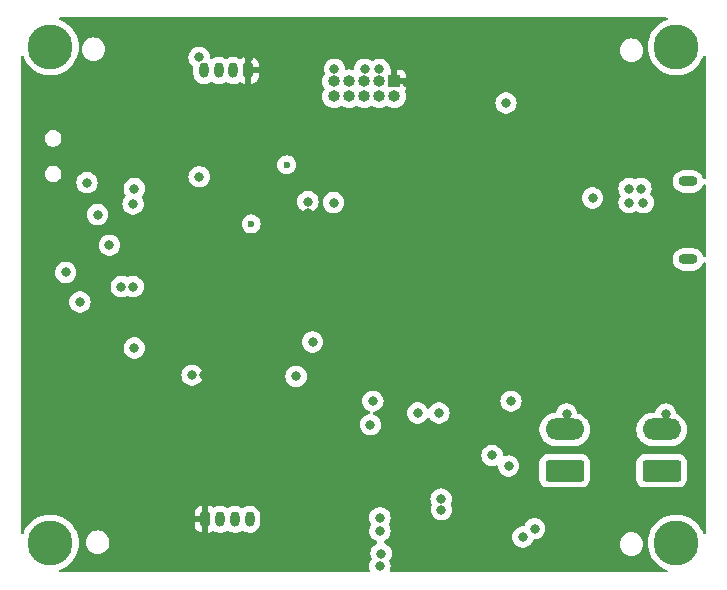
<source format=gbr>
%TF.GenerationSoftware,KiCad,Pcbnew,8.0.3*%
%TF.CreationDate,2024-07-29T11:00:05+05:30*%
%TF.ProjectId,SSTM32_REV2,5353544d-3332-45f5-9245-56322e6b6963,rev?*%
%TF.SameCoordinates,Original*%
%TF.FileFunction,Copper,L3,Inr*%
%TF.FilePolarity,Positive*%
%FSLAX46Y46*%
G04 Gerber Fmt 4.6, Leading zero omitted, Abs format (unit mm)*
G04 Created by KiCad (PCBNEW 8.0.3) date 2024-07-29 11:00:05*
%MOMM*%
%LPD*%
G01*
G04 APERTURE LIST*
G04 Aperture macros list*
%AMRoundRect*
0 Rectangle with rounded corners*
0 $1 Rounding radius*
0 $2 $3 $4 $5 $6 $7 $8 $9 X,Y pos of 4 corners*
0 Add a 4 corners polygon primitive as box body*
4,1,4,$2,$3,$4,$5,$6,$7,$8,$9,$2,$3,0*
0 Add four circle primitives for the rounded corners*
1,1,$1+$1,$2,$3*
1,1,$1+$1,$4,$5*
1,1,$1+$1,$6,$7*
1,1,$1+$1,$8,$9*
0 Add four rect primitives between the rounded corners*
20,1,$1+$1,$2,$3,$4,$5,0*
20,1,$1+$1,$4,$5,$6,$7,0*
20,1,$1+$1,$6,$7,$8,$9,0*
20,1,$1+$1,$8,$9,$2,$3,0*%
G04 Aperture macros list end*
%TA.AperFunction,ComponentPad*%
%ADD10RoundRect,0.250000X1.400000X-0.650000X1.400000X0.650000X-1.400000X0.650000X-1.400000X-0.650000X0*%
%TD*%
%TA.AperFunction,ComponentPad*%
%ADD11O,3.300000X1.800000*%
%TD*%
%TA.AperFunction,ComponentPad*%
%ADD12C,3.800000*%
%TD*%
%TA.AperFunction,ComponentPad*%
%ADD13RoundRect,0.200000X-0.200000X-0.450000X0.200000X-0.450000X0.200000X0.450000X-0.200000X0.450000X0*%
%TD*%
%TA.AperFunction,ComponentPad*%
%ADD14O,0.800000X1.300000*%
%TD*%
%TA.AperFunction,ComponentPad*%
%ADD15R,1.000000X1.000000*%
%TD*%
%TA.AperFunction,ComponentPad*%
%ADD16O,1.000000X1.000000*%
%TD*%
%TA.AperFunction,ComponentPad*%
%ADD17O,1.600000X0.900000*%
%TD*%
%TA.AperFunction,ComponentPad*%
%ADD18RoundRect,0.200000X0.200000X0.450000X-0.200000X0.450000X-0.200000X-0.450000X0.200000X-0.450000X0*%
%TD*%
%TA.AperFunction,ViaPad*%
%ADD19C,0.800000*%
%TD*%
%TA.AperFunction,ViaPad*%
%ADD20C,0.600000*%
%TD*%
G04 APERTURE END LIST*
D10*
%TO.N,+12V*%
%TO.C,J1*%
X188552500Y-116900000D03*
X196752500Y-116900000D03*
D11*
%TO.N,GND*%
X188552500Y-113400000D03*
X196752500Y-113400000D03*
%TD*%
D12*
%TO.N,GND*%
%TO.C,H2*%
X198000000Y-123000000D03*
%TD*%
%TO.N,GND*%
%TO.C,H1*%
X145000000Y-81000000D03*
%TD*%
%TO.N,GND*%
%TO.C,H3*%
X145000000Y-123000000D03*
%TD*%
D13*
%TO.N,+3.3V*%
%TO.C,J4*%
X158125000Y-121000000D03*
D14*
%TO.N,UART3_TX*%
X159375000Y-121000000D03*
%TO.N,UART3_RX*%
X160625000Y-121000000D03*
%TO.N,GND*%
X161875000Y-121000000D03*
%TD*%
D15*
%TO.N,+3.3V*%
%TO.C,J6*%
X174100000Y-83925000D03*
D16*
%TO.N,SWDIO*%
X174100000Y-85195000D03*
%TO.N,GND*%
X172830000Y-83925000D03*
%TO.N,SWCLK*%
X172830000Y-85195000D03*
%TO.N,GND*%
X171560000Y-83925000D03*
%TO.N,SWO*%
X171560000Y-85195000D03*
%TO.N,unconnected-(J6-Pin_7-Pad7)*%
X170290000Y-83925000D03*
%TO.N,unconnected-(J6-Pin_8-Pad8)*%
X170290000Y-85195000D03*
%TO.N,GND*%
X169020000Y-83925000D03*
%TO.N,NRST*%
X169020000Y-85195000D03*
%TD*%
D17*
%TO.N,unconnected-(J5-Shield-Pad6)_1*%
%TO.C,J5*%
X199000000Y-99000000D03*
%TO.N,unconnected-(J5-Shield-Pad6)*%
X199000000Y-92400000D03*
%TD*%
D12*
%TO.N,GND*%
%TO.C,H4*%
X198000000Y-81000000D03*
%TD*%
D18*
%TO.N,+3.3V*%
%TO.C,J3*%
X161750000Y-83000000D03*
D14*
%TO.N,I2C1_SCL*%
X160500000Y-83000000D03*
%TO.N,I2C1_SDA*%
X159250000Y-83000000D03*
%TO.N,GND*%
X158000000Y-83000000D03*
%TD*%
D19*
%TO.N,GND*%
X152100000Y-93000000D03*
X151000000Y-101300000D03*
X172900000Y-122000000D03*
X185000000Y-122500000D03*
X172850000Y-82900000D03*
X172900000Y-125000000D03*
X190900000Y-93800000D03*
X172300000Y-111000000D03*
X146300000Y-100100000D03*
X152000000Y-101300000D03*
X157600000Y-92000000D03*
X176100000Y-112000000D03*
X165800000Y-108900000D03*
X186000000Y-121800000D03*
X197100000Y-112100000D03*
X184000000Y-111000000D03*
X194000000Y-93000000D03*
X147500000Y-102600000D03*
X148100000Y-92500000D03*
X168975784Y-94188228D03*
X183800000Y-116500000D03*
X194000000Y-94200000D03*
X167200000Y-106000000D03*
X188700000Y-112100000D03*
X173000000Y-123900000D03*
X157000000Y-108800000D03*
X149000000Y-95200000D03*
X183575000Y-85750000D03*
X172895950Y-120871090D03*
X152000000Y-94300000D03*
X195000000Y-93000000D03*
X150000000Y-97800000D03*
X178080996Y-119290190D03*
X182400000Y-115600000D03*
X178100000Y-120200000D03*
X195200000Y-94200000D03*
X172100000Y-113000000D03*
X177900000Y-112000000D03*
X166800000Y-94100000D03*
X171600000Y-82900000D03*
X152100000Y-106500000D03*
X169050000Y-82900000D03*
X157600000Y-81900000D03*
%TO.N,+3.3V*%
X158000000Y-108800000D03*
X157200000Y-90000000D03*
X166800000Y-95100000D03*
X161800000Y-81900000D03*
X168700000Y-117900000D03*
X168000000Y-122000000D03*
X168000000Y-124500000D03*
X145200000Y-107700000D03*
X151200000Y-96100000D03*
X175200000Y-84050000D03*
X165600000Y-106800000D03*
X170100000Y-124500000D03*
X156000000Y-91200000D03*
X154600000Y-91900000D03*
X172300000Y-119000000D03*
X181000000Y-121800000D03*
X148200000Y-88000000D03*
X168700000Y-119000000D03*
X170000000Y-122000000D03*
X162800000Y-90000000D03*
X172200000Y-117800000D03*
X143900000Y-105900000D03*
X183575000Y-83750000D03*
X180000000Y-121000000D03*
D20*
%TO.N,NRST*%
X165000000Y-91000000D03*
X162000000Y-96000000D03*
%TD*%
%TA.AperFunction,Conductor*%
%TO.N,+3.3V*%
G36*
X197209133Y-78520185D02*
G01*
X197254888Y-78572989D01*
X197264832Y-78642147D01*
X197235807Y-78705703D01*
X197187741Y-78739792D01*
X196975904Y-78823663D01*
X196975903Y-78823664D01*
X196711205Y-78969184D01*
X196711193Y-78969191D01*
X196466846Y-79146719D01*
X196466836Y-79146727D01*
X196246652Y-79353494D01*
X196054111Y-79586236D01*
X195892268Y-79841261D01*
X195892265Y-79841267D01*
X195763661Y-80114563D01*
X195763659Y-80114568D01*
X195670320Y-80401835D01*
X195613719Y-80698546D01*
X195613718Y-80698553D01*
X195594754Y-80999994D01*
X195594754Y-81000005D01*
X195613718Y-81301446D01*
X195613719Y-81301453D01*
X195670320Y-81598164D01*
X195763659Y-81885431D01*
X195763661Y-81885436D01*
X195892265Y-82158732D01*
X195892268Y-82158738D01*
X196054111Y-82413763D01*
X196054114Y-82413767D01*
X196054115Y-82413768D01*
X196246651Y-82646504D01*
X196466025Y-82852511D01*
X196466836Y-82853272D01*
X196466846Y-82853280D01*
X196711193Y-83030808D01*
X196711198Y-83030810D01*
X196711205Y-83030816D01*
X196975896Y-83176332D01*
X196975901Y-83176334D01*
X196975903Y-83176335D01*
X196975904Y-83176336D01*
X197256734Y-83287524D01*
X197256737Y-83287525D01*
X197298365Y-83298213D01*
X197549302Y-83362642D01*
X197664182Y-83377155D01*
X197848963Y-83400499D01*
X197848969Y-83400499D01*
X197848973Y-83400500D01*
X197848975Y-83400500D01*
X198151025Y-83400500D01*
X198151027Y-83400500D01*
X198151032Y-83400499D01*
X198151036Y-83400499D01*
X198230591Y-83390448D01*
X198450698Y-83362642D01*
X198743262Y-83287525D01*
X198743265Y-83287524D01*
X199024095Y-83176336D01*
X199024096Y-83176335D01*
X199024094Y-83176335D01*
X199024104Y-83176332D01*
X199288795Y-83030816D01*
X199533162Y-82853274D01*
X199753349Y-82646504D01*
X199945885Y-82413768D01*
X200107733Y-82158736D01*
X200236341Y-81885430D01*
X200257569Y-81820096D01*
X200297006Y-81762422D01*
X200361365Y-81735223D01*
X200430211Y-81747138D01*
X200481687Y-81794382D01*
X200499500Y-81858415D01*
X200499500Y-92067971D01*
X200479815Y-92135010D01*
X200427011Y-92180765D01*
X200357853Y-92190709D01*
X200294297Y-92161684D01*
X200260939Y-92115424D01*
X200213128Y-92000000D01*
X200192322Y-91949769D01*
X200192320Y-91949766D01*
X200192318Y-91949762D01*
X200088302Y-91794092D01*
X200088299Y-91794088D01*
X199955911Y-91661700D01*
X199955907Y-91661697D01*
X199800237Y-91557681D01*
X199800228Y-91557676D01*
X199627251Y-91486027D01*
X199627243Y-91486025D01*
X199443620Y-91449500D01*
X199443616Y-91449500D01*
X198556384Y-91449500D01*
X198556379Y-91449500D01*
X198372756Y-91486025D01*
X198372748Y-91486027D01*
X198199771Y-91557676D01*
X198199762Y-91557681D01*
X198044092Y-91661697D01*
X198044088Y-91661700D01*
X197911700Y-91794088D01*
X197911697Y-91794092D01*
X197807681Y-91949762D01*
X197807676Y-91949771D01*
X197736027Y-92122748D01*
X197736025Y-92122756D01*
X197699500Y-92306379D01*
X197699500Y-92493620D01*
X197736025Y-92677243D01*
X197736027Y-92677251D01*
X197807676Y-92850228D01*
X197807681Y-92850237D01*
X197911697Y-93005907D01*
X197911700Y-93005911D01*
X198044088Y-93138299D01*
X198044092Y-93138302D01*
X198199762Y-93242318D01*
X198199768Y-93242321D01*
X198199769Y-93242322D01*
X198372749Y-93313973D01*
X198556379Y-93350499D01*
X198556383Y-93350500D01*
X198556384Y-93350500D01*
X199443617Y-93350500D01*
X199443618Y-93350499D01*
X199627251Y-93313973D01*
X199800231Y-93242322D01*
X199955908Y-93138302D01*
X200088302Y-93005908D01*
X200192322Y-92850231D01*
X200260939Y-92684574D01*
X200304780Y-92630172D01*
X200371074Y-92608107D01*
X200438773Y-92625386D01*
X200486384Y-92676523D01*
X200499500Y-92732028D01*
X200499500Y-98667971D01*
X200479815Y-98735010D01*
X200427011Y-98780765D01*
X200357853Y-98790709D01*
X200294297Y-98761684D01*
X200260939Y-98715424D01*
X200237163Y-98658025D01*
X200192322Y-98549769D01*
X200192320Y-98549766D01*
X200192318Y-98549762D01*
X200088302Y-98394092D01*
X200088299Y-98394088D01*
X199955911Y-98261700D01*
X199955907Y-98261697D01*
X199800237Y-98157681D01*
X199800228Y-98157676D01*
X199627251Y-98086027D01*
X199627243Y-98086025D01*
X199443620Y-98049500D01*
X199443616Y-98049500D01*
X198556384Y-98049500D01*
X198556379Y-98049500D01*
X198372756Y-98086025D01*
X198372748Y-98086027D01*
X198199771Y-98157676D01*
X198199762Y-98157681D01*
X198044092Y-98261697D01*
X198044088Y-98261700D01*
X197911700Y-98394088D01*
X197911697Y-98394092D01*
X197807681Y-98549762D01*
X197807676Y-98549771D01*
X197736027Y-98722748D01*
X197736025Y-98722756D01*
X197699500Y-98906379D01*
X197699500Y-99093620D01*
X197736025Y-99277243D01*
X197736027Y-99277251D01*
X197807676Y-99450228D01*
X197807681Y-99450237D01*
X197911697Y-99605907D01*
X197911700Y-99605911D01*
X198044088Y-99738299D01*
X198044092Y-99738302D01*
X198199762Y-99842318D01*
X198199768Y-99842321D01*
X198199769Y-99842322D01*
X198372749Y-99913973D01*
X198556379Y-99950499D01*
X198556383Y-99950500D01*
X198556384Y-99950500D01*
X199443617Y-99950500D01*
X199443618Y-99950499D01*
X199627251Y-99913973D01*
X199800231Y-99842322D01*
X199955908Y-99738302D01*
X200088302Y-99605908D01*
X200192322Y-99450231D01*
X200260939Y-99284574D01*
X200304780Y-99230172D01*
X200371074Y-99208107D01*
X200438773Y-99225386D01*
X200486384Y-99276523D01*
X200499500Y-99332028D01*
X200499500Y-122141584D01*
X200479815Y-122208623D01*
X200427011Y-122254378D01*
X200357853Y-122264322D01*
X200294297Y-122235297D01*
X200257569Y-122179902D01*
X200247852Y-122149998D01*
X200236341Y-122114570D01*
X200236113Y-122114086D01*
X200158648Y-121949464D01*
X200107733Y-121841264D01*
X200028144Y-121715851D01*
X199945888Y-121586236D01*
X199938332Y-121577102D01*
X199753349Y-121353496D01*
X199737585Y-121338693D01*
X199533163Y-121146727D01*
X199533153Y-121146719D01*
X199288806Y-120969191D01*
X199288799Y-120969186D01*
X199288795Y-120969184D01*
X199024104Y-120823668D01*
X199024101Y-120823666D01*
X199024096Y-120823664D01*
X199024095Y-120823663D01*
X198743265Y-120712475D01*
X198743262Y-120712474D01*
X198450695Y-120637357D01*
X198151036Y-120599500D01*
X198151027Y-120599500D01*
X197848973Y-120599500D01*
X197848963Y-120599500D01*
X197549304Y-120637357D01*
X197256737Y-120712474D01*
X197256734Y-120712475D01*
X196975904Y-120823663D01*
X196975903Y-120823664D01*
X196711205Y-120969184D01*
X196711193Y-120969191D01*
X196466846Y-121146719D01*
X196466836Y-121146727D01*
X196246652Y-121353494D01*
X196054111Y-121586236D01*
X195892268Y-121841261D01*
X195892265Y-121841267D01*
X195763661Y-122114563D01*
X195763659Y-122114568D01*
X195670320Y-122401835D01*
X195613719Y-122698546D01*
X195613718Y-122698553D01*
X195594754Y-122999994D01*
X195594754Y-123000005D01*
X195613718Y-123301446D01*
X195613719Y-123301453D01*
X195670320Y-123598164D01*
X195763659Y-123885431D01*
X195763661Y-123885436D01*
X195892265Y-124158732D01*
X195892268Y-124158738D01*
X196054111Y-124413763D01*
X196054114Y-124413767D01*
X196054115Y-124413768D01*
X196234416Y-124631715D01*
X196246652Y-124646505D01*
X196466836Y-124853272D01*
X196466846Y-124853280D01*
X196711193Y-125030808D01*
X196711198Y-125030810D01*
X196711205Y-125030816D01*
X196975896Y-125176332D01*
X196975901Y-125176334D01*
X196975903Y-125176335D01*
X196975904Y-125176336D01*
X197187741Y-125260208D01*
X197242827Y-125303189D01*
X197265930Y-125369128D01*
X197249717Y-125437091D01*
X197199333Y-125485498D01*
X197142094Y-125499500D01*
X173855216Y-125499500D01*
X173788177Y-125479815D01*
X173742422Y-125427011D01*
X173732478Y-125357853D01*
X173737285Y-125337182D01*
X173762295Y-125260208D01*
X173785674Y-125188256D01*
X173805460Y-125000000D01*
X173785674Y-124811744D01*
X173727179Y-124631716D01*
X173704133Y-124591800D01*
X173687662Y-124523905D01*
X173710514Y-124457878D01*
X173719374Y-124446830D01*
X173732533Y-124432216D01*
X173827179Y-124268284D01*
X173885674Y-124088256D01*
X173905460Y-123900000D01*
X173885674Y-123711744D01*
X173827179Y-123531716D01*
X173732533Y-123367784D01*
X173605871Y-123227112D01*
X173605870Y-123227111D01*
X173452734Y-123115851D01*
X173452729Y-123115848D01*
X173284658Y-123041017D01*
X173231421Y-122995767D01*
X173211100Y-122928917D01*
X173230146Y-122861694D01*
X173282512Y-122815439D01*
X173284658Y-122814459D01*
X173288035Y-122812955D01*
X173352730Y-122784151D01*
X173505871Y-122672888D01*
X173632533Y-122532216D01*
X173651133Y-122500000D01*
X184094540Y-122500000D01*
X184114326Y-122688256D01*
X184114327Y-122688259D01*
X184172818Y-122868277D01*
X184172821Y-122868284D01*
X184267467Y-123032216D01*
X184370035Y-123146129D01*
X184394129Y-123172888D01*
X184547265Y-123284148D01*
X184547270Y-123284151D01*
X184720192Y-123361142D01*
X184720197Y-123361144D01*
X184905354Y-123400500D01*
X184905355Y-123400500D01*
X185094644Y-123400500D01*
X185094646Y-123400500D01*
X185279803Y-123361144D01*
X185452730Y-123284151D01*
X185605871Y-123172888D01*
X185671500Y-123100000D01*
X193194659Y-123100000D01*
X193213975Y-123296129D01*
X193271188Y-123484733D01*
X193364086Y-123658532D01*
X193364090Y-123658539D01*
X193489116Y-123810883D01*
X193641460Y-123935909D01*
X193641467Y-123935913D01*
X193815266Y-124028811D01*
X193815269Y-124028811D01*
X193815273Y-124028814D01*
X194003868Y-124086024D01*
X194200000Y-124105341D01*
X194396132Y-124086024D01*
X194584727Y-124028814D01*
X194758538Y-123935910D01*
X194910883Y-123810883D01*
X195035910Y-123658538D01*
X195128814Y-123484727D01*
X195186024Y-123296132D01*
X195205341Y-123100000D01*
X195186024Y-122903868D01*
X195128814Y-122715273D01*
X195128811Y-122715269D01*
X195128811Y-122715266D01*
X195035913Y-122541467D01*
X195035909Y-122541460D01*
X194910883Y-122389116D01*
X194758539Y-122264090D01*
X194758532Y-122264086D01*
X194584733Y-122171188D01*
X194584727Y-122171186D01*
X194454609Y-122131715D01*
X194396129Y-122113975D01*
X194200000Y-122094659D01*
X194003870Y-122113975D01*
X193815266Y-122171188D01*
X193641467Y-122264086D01*
X193641460Y-122264090D01*
X193489116Y-122389116D01*
X193364090Y-122541460D01*
X193364086Y-122541467D01*
X193271188Y-122715266D01*
X193213975Y-122903870D01*
X193194659Y-123100000D01*
X185671500Y-123100000D01*
X185732533Y-123032216D01*
X185827179Y-122868284D01*
X185839426Y-122830591D01*
X185853856Y-122786182D01*
X185893294Y-122728506D01*
X185957652Y-122701308D01*
X185971787Y-122700500D01*
X186094644Y-122700500D01*
X186094646Y-122700500D01*
X186279803Y-122661144D01*
X186452730Y-122584151D01*
X186605871Y-122472888D01*
X186732533Y-122332216D01*
X186827179Y-122168284D01*
X186885674Y-121988256D01*
X186905460Y-121800000D01*
X186885674Y-121611744D01*
X186827179Y-121431716D01*
X186732533Y-121267784D01*
X186605871Y-121127112D01*
X186569243Y-121100500D01*
X186452734Y-121015851D01*
X186452729Y-121015848D01*
X186279807Y-120938857D01*
X186279802Y-120938855D01*
X186134001Y-120907865D01*
X186094646Y-120899500D01*
X185905354Y-120899500D01*
X185872897Y-120906398D01*
X185720197Y-120938855D01*
X185720192Y-120938857D01*
X185547270Y-121015848D01*
X185547265Y-121015851D01*
X185394129Y-121127111D01*
X185267466Y-121267785D01*
X185172821Y-121431715D01*
X185172819Y-121431719D01*
X185146143Y-121513819D01*
X185106704Y-121571494D01*
X185042346Y-121598692D01*
X185028212Y-121599500D01*
X184905354Y-121599500D01*
X184883228Y-121604203D01*
X184720197Y-121638855D01*
X184720192Y-121638857D01*
X184547270Y-121715848D01*
X184547265Y-121715851D01*
X184394129Y-121827111D01*
X184267466Y-121967785D01*
X184172821Y-122131715D01*
X184172818Y-122131722D01*
X184114327Y-122311740D01*
X184114326Y-122311744D01*
X184094540Y-122500000D01*
X173651133Y-122500000D01*
X173727179Y-122368284D01*
X173785674Y-122188256D01*
X173805460Y-122000000D01*
X173785674Y-121811744D01*
X173727179Y-121631716D01*
X173647689Y-121494036D01*
X173631217Y-121426137D01*
X173647689Y-121370039D01*
X173723129Y-121239374D01*
X173781624Y-121059346D01*
X173801410Y-120871090D01*
X173781624Y-120682834D01*
X173723129Y-120502806D01*
X173628483Y-120338874D01*
X173501821Y-120198202D01*
X173501820Y-120198201D01*
X173348684Y-120086941D01*
X173348679Y-120086938D01*
X173175757Y-120009947D01*
X173175752Y-120009945D01*
X173029951Y-119978955D01*
X172990596Y-119970590D01*
X172801304Y-119970590D01*
X172768847Y-119977488D01*
X172616147Y-120009945D01*
X172616142Y-120009947D01*
X172443220Y-120086938D01*
X172443215Y-120086941D01*
X172290079Y-120198201D01*
X172163416Y-120338875D01*
X172068771Y-120502805D01*
X172068768Y-120502812D01*
X172017271Y-120661306D01*
X172010276Y-120682834D01*
X171990490Y-120871090D01*
X172010276Y-121059346D01*
X172010277Y-121059349D01*
X172068768Y-121239367D01*
X172068771Y-121239374D01*
X172148259Y-121377052D01*
X172164732Y-121444953D01*
X172148260Y-121501051D01*
X172072820Y-121631718D01*
X172072818Y-121631722D01*
X172037833Y-121739396D01*
X172014326Y-121811744D01*
X171994540Y-122000000D01*
X172014326Y-122188256D01*
X172014327Y-122188259D01*
X172072818Y-122368277D01*
X172072821Y-122368284D01*
X172167467Y-122532216D01*
X172197232Y-122565273D01*
X172294129Y-122672888D01*
X172447265Y-122784148D01*
X172447270Y-122784151D01*
X172615341Y-122858982D01*
X172668578Y-122904232D01*
X172688899Y-122971081D01*
X172669854Y-123038305D01*
X172617487Y-123084560D01*
X172615343Y-123085540D01*
X172582867Y-123100000D01*
X172547270Y-123115849D01*
X172547268Y-123115849D01*
X172547264Y-123115852D01*
X172394129Y-123227111D01*
X172267466Y-123367785D01*
X172172821Y-123531715D01*
X172172818Y-123531722D01*
X172114327Y-123711740D01*
X172114326Y-123711744D01*
X172094540Y-123900000D01*
X172114326Y-124088256D01*
X172114327Y-124088259D01*
X172172820Y-124268283D01*
X172195864Y-124308197D01*
X172212335Y-124376097D01*
X172189483Y-124442124D01*
X172180629Y-124453165D01*
X172167468Y-124467782D01*
X172167464Y-124467787D01*
X172072821Y-124631715D01*
X172072818Y-124631722D01*
X172017561Y-124801787D01*
X172014326Y-124811744D01*
X171994540Y-125000000D01*
X172014326Y-125188256D01*
X172014327Y-125188259D01*
X172062715Y-125337182D01*
X172064710Y-125407023D01*
X172028630Y-125466856D01*
X171965929Y-125497684D01*
X171944784Y-125499500D01*
X145857906Y-125499500D01*
X145790867Y-125479815D01*
X145745112Y-125427011D01*
X145735168Y-125357853D01*
X145764193Y-125294297D01*
X145812259Y-125260208D01*
X146024095Y-125176336D01*
X146024096Y-125176335D01*
X146024094Y-125176335D01*
X146024104Y-125176332D01*
X146288795Y-125030816D01*
X146533162Y-124853274D01*
X146753349Y-124646504D01*
X146945885Y-124413768D01*
X147107733Y-124158736D01*
X147236341Y-123885430D01*
X147329681Y-123598160D01*
X147386280Y-123301457D01*
X147386615Y-123296132D01*
X147405246Y-123000005D01*
X147405246Y-122999994D01*
X147402101Y-122950000D01*
X147994659Y-122950000D01*
X148013975Y-123146129D01*
X148013976Y-123146132D01*
X148061092Y-123301453D01*
X148071188Y-123334733D01*
X148164086Y-123508532D01*
X148164090Y-123508539D01*
X148289116Y-123660883D01*
X148441460Y-123785909D01*
X148441467Y-123785913D01*
X148615266Y-123878811D01*
X148615269Y-123878811D01*
X148615273Y-123878814D01*
X148803868Y-123936024D01*
X149000000Y-123955341D01*
X149196132Y-123936024D01*
X149384727Y-123878814D01*
X149558538Y-123785910D01*
X149710883Y-123660883D01*
X149835910Y-123508538D01*
X149928814Y-123334727D01*
X149986024Y-123146132D01*
X150005341Y-122950000D01*
X149986024Y-122753868D01*
X149928814Y-122565273D01*
X149928811Y-122565269D01*
X149928811Y-122565266D01*
X149835913Y-122391467D01*
X149835909Y-122391460D01*
X149710883Y-122239116D01*
X149558539Y-122114090D01*
X149558532Y-122114086D01*
X149384733Y-122021188D01*
X149384727Y-122021186D01*
X149196132Y-121963976D01*
X149196129Y-121963975D01*
X149000000Y-121944659D01*
X148803870Y-121963975D01*
X148615266Y-122021188D01*
X148441467Y-122114086D01*
X148441460Y-122114090D01*
X148289116Y-122239116D01*
X148164090Y-122391460D01*
X148164086Y-122391467D01*
X148071188Y-122565266D01*
X148013975Y-122753870D01*
X147994659Y-122950000D01*
X147402101Y-122950000D01*
X147386281Y-122698553D01*
X147386280Y-122698546D01*
X147386280Y-122698543D01*
X147329681Y-122401840D01*
X147236341Y-122114570D01*
X147236113Y-122114086D01*
X147158648Y-121949464D01*
X147107733Y-121841264D01*
X147028144Y-121715851D01*
X146945888Y-121586236D01*
X146938332Y-121577102D01*
X146879993Y-121506582D01*
X157225001Y-121506582D01*
X157231408Y-121577102D01*
X157231409Y-121577107D01*
X157281981Y-121739396D01*
X157369927Y-121884877D01*
X157490122Y-122005072D01*
X157635604Y-122093019D01*
X157635603Y-122093019D01*
X157797894Y-122143590D01*
X157797893Y-122143590D01*
X157868408Y-122149998D01*
X157868426Y-122149999D01*
X157874999Y-122149998D01*
X157875000Y-122149998D01*
X157875000Y-121250000D01*
X157225001Y-121250000D01*
X157225001Y-121506582D01*
X146879993Y-121506582D01*
X146753349Y-121353496D01*
X146737585Y-121338693D01*
X146533163Y-121146727D01*
X146533153Y-121146719D01*
X146288806Y-120969191D01*
X146288799Y-120969186D01*
X146288795Y-120969184D01*
X146254394Y-120950272D01*
X157875000Y-120950272D01*
X157875000Y-121049728D01*
X157913060Y-121141614D01*
X157983386Y-121211940D01*
X158075272Y-121250000D01*
X158174728Y-121250000D01*
X158266614Y-121211940D01*
X158336940Y-121141614D01*
X158375000Y-121049728D01*
X158375000Y-122149999D01*
X158381581Y-122149999D01*
X158452102Y-122143591D01*
X158452107Y-122143590D01*
X158614398Y-122093018D01*
X158757662Y-122006411D01*
X158825217Y-121988574D01*
X158890702Y-122009425D01*
X158948453Y-122048013D01*
X158948455Y-122048014D01*
X158948457Y-122048015D01*
X159057106Y-122093018D01*
X159112334Y-122115894D01*
X159112336Y-122115894D01*
X159112341Y-122115896D01*
X159286304Y-122150499D01*
X159286307Y-122150500D01*
X159286309Y-122150500D01*
X159463693Y-122150500D01*
X159463694Y-122150499D01*
X159558094Y-122131722D01*
X159637658Y-122115896D01*
X159637661Y-122115894D01*
X159637666Y-122115894D01*
X159801547Y-122048013D01*
X159921616Y-121967785D01*
X159931109Y-121961442D01*
X159997786Y-121940564D01*
X160065166Y-121959048D01*
X160068891Y-121961442D01*
X160078384Y-121967785D01*
X160198453Y-122048013D01*
X160198455Y-122048014D01*
X160198459Y-122048016D01*
X160307106Y-122093018D01*
X160362334Y-122115894D01*
X160362336Y-122115894D01*
X160362341Y-122115896D01*
X160536304Y-122150499D01*
X160536307Y-122150500D01*
X160536309Y-122150500D01*
X160713693Y-122150500D01*
X160713694Y-122150499D01*
X160808094Y-122131722D01*
X160887658Y-122115896D01*
X160887661Y-122115894D01*
X160887666Y-122115894D01*
X161051547Y-122048013D01*
X161171616Y-121967785D01*
X161181109Y-121961442D01*
X161247786Y-121940564D01*
X161315166Y-121959048D01*
X161318891Y-121961442D01*
X161328384Y-121967785D01*
X161448453Y-122048013D01*
X161448455Y-122048014D01*
X161448459Y-122048016D01*
X161557106Y-122093018D01*
X161612334Y-122115894D01*
X161612336Y-122115894D01*
X161612341Y-122115896D01*
X161786304Y-122150499D01*
X161786307Y-122150500D01*
X161786309Y-122150500D01*
X161963693Y-122150500D01*
X161963694Y-122150499D01*
X162058094Y-122131722D01*
X162137658Y-122115896D01*
X162137661Y-122115894D01*
X162137666Y-122115894D01*
X162301547Y-122048013D01*
X162449035Y-121949464D01*
X162574464Y-121824035D01*
X162673013Y-121676547D01*
X162740894Y-121512666D01*
X162742105Y-121506582D01*
X162775499Y-121338695D01*
X162775500Y-121338693D01*
X162775500Y-120661306D01*
X162775499Y-120661304D01*
X162740896Y-120487341D01*
X162740893Y-120487332D01*
X162673016Y-120323459D01*
X162673009Y-120323446D01*
X162574464Y-120175965D01*
X162574461Y-120175961D01*
X162449038Y-120050538D01*
X162449034Y-120050535D01*
X162301553Y-119951990D01*
X162301540Y-119951983D01*
X162137667Y-119884106D01*
X162137658Y-119884103D01*
X161963694Y-119849500D01*
X161963691Y-119849500D01*
X161786309Y-119849500D01*
X161786306Y-119849500D01*
X161612341Y-119884103D01*
X161612332Y-119884106D01*
X161448459Y-119951983D01*
X161448446Y-119951990D01*
X161318891Y-120038557D01*
X161252213Y-120059435D01*
X161184833Y-120040950D01*
X161181109Y-120038557D01*
X161051553Y-119951990D01*
X161051540Y-119951983D01*
X160887667Y-119884106D01*
X160887658Y-119884103D01*
X160713694Y-119849500D01*
X160713691Y-119849500D01*
X160536309Y-119849500D01*
X160536306Y-119849500D01*
X160362341Y-119884103D01*
X160362332Y-119884106D01*
X160198459Y-119951983D01*
X160198446Y-119951990D01*
X160068891Y-120038557D01*
X160002213Y-120059435D01*
X159934833Y-120040950D01*
X159931109Y-120038557D01*
X159801553Y-119951990D01*
X159801540Y-119951983D01*
X159637667Y-119884106D01*
X159637658Y-119884103D01*
X159463694Y-119849500D01*
X159463691Y-119849500D01*
X159286309Y-119849500D01*
X159286306Y-119849500D01*
X159112341Y-119884103D01*
X159112332Y-119884106D01*
X158948459Y-119951983D01*
X158948448Y-119951989D01*
X158890702Y-119990574D01*
X158824024Y-120011451D01*
X158757662Y-119993588D01*
X158614395Y-119906980D01*
X158614396Y-119906980D01*
X158452105Y-119856409D01*
X158452106Y-119856409D01*
X158381572Y-119850000D01*
X158375000Y-119850000D01*
X158375000Y-120950272D01*
X158336940Y-120858386D01*
X158266614Y-120788060D01*
X158174728Y-120750000D01*
X158075272Y-120750000D01*
X157983386Y-120788060D01*
X157913060Y-120858386D01*
X157875000Y-120950272D01*
X146254394Y-120950272D01*
X146024104Y-120823668D01*
X146024101Y-120823666D01*
X146024096Y-120823664D01*
X146024095Y-120823663D01*
X145743265Y-120712475D01*
X145743262Y-120712474D01*
X145450695Y-120637357D01*
X145151036Y-120599500D01*
X145151027Y-120599500D01*
X144848973Y-120599500D01*
X144848963Y-120599500D01*
X144549304Y-120637357D01*
X144256737Y-120712474D01*
X144256734Y-120712475D01*
X143975904Y-120823663D01*
X143975903Y-120823664D01*
X143711205Y-120969184D01*
X143711193Y-120969191D01*
X143466846Y-121146719D01*
X143466836Y-121146727D01*
X143246652Y-121353494D01*
X143054111Y-121586236D01*
X142892268Y-121841261D01*
X142892265Y-121841267D01*
X142763661Y-122114563D01*
X142763659Y-122114568D01*
X142742431Y-122179902D01*
X142702993Y-122237578D01*
X142638635Y-122264776D01*
X142569788Y-122252861D01*
X142518313Y-122205617D01*
X142500500Y-122141584D01*
X142500500Y-120493427D01*
X157225000Y-120493427D01*
X157225000Y-120750000D01*
X157875000Y-120750000D01*
X157875000Y-119850000D01*
X157874999Y-119849999D01*
X157868436Y-119850000D01*
X157868417Y-119850001D01*
X157797897Y-119856408D01*
X157797892Y-119856409D01*
X157635603Y-119906981D01*
X157490122Y-119994927D01*
X157369927Y-120115122D01*
X157281980Y-120260604D01*
X157231409Y-120422893D01*
X157225000Y-120493427D01*
X142500500Y-120493427D01*
X142500500Y-119290190D01*
X177175536Y-119290190D01*
X177195322Y-119478446D01*
X177195323Y-119478449D01*
X177253814Y-119658467D01*
X177253815Y-119658469D01*
X177253817Y-119658474D01*
X177258528Y-119666633D01*
X177277534Y-119699553D01*
X177294005Y-119767454D01*
X177277538Y-119823544D01*
X177272821Y-119831714D01*
X177214910Y-120009946D01*
X177214326Y-120011744D01*
X177194540Y-120200000D01*
X177214326Y-120388256D01*
X177214327Y-120388259D01*
X177272818Y-120568277D01*
X177272821Y-120568284D01*
X177367467Y-120732216D01*
X177449811Y-120823668D01*
X177494129Y-120872888D01*
X177647265Y-120984148D01*
X177647270Y-120984151D01*
X177820192Y-121061142D01*
X177820197Y-121061144D01*
X178005354Y-121100500D01*
X178005355Y-121100500D01*
X178194644Y-121100500D01*
X178194646Y-121100500D01*
X178379803Y-121061144D01*
X178552730Y-120984151D01*
X178705871Y-120872888D01*
X178832533Y-120732216D01*
X178927179Y-120568284D01*
X178985674Y-120388256D01*
X179005460Y-120200000D01*
X178985674Y-120011744D01*
X178927179Y-119831716D01*
X178903461Y-119790636D01*
X178886988Y-119722738D01*
X178903461Y-119666637D01*
X178908175Y-119658474D01*
X178966670Y-119478446D01*
X178986456Y-119290190D01*
X178966670Y-119101934D01*
X178908175Y-118921906D01*
X178813529Y-118757974D01*
X178686867Y-118617302D01*
X178686866Y-118617301D01*
X178533730Y-118506041D01*
X178533725Y-118506038D01*
X178360803Y-118429047D01*
X178360798Y-118429045D01*
X178214997Y-118398055D01*
X178175642Y-118389690D01*
X177986350Y-118389690D01*
X177953893Y-118396588D01*
X177801193Y-118429045D01*
X177801188Y-118429047D01*
X177628266Y-118506038D01*
X177628261Y-118506041D01*
X177475125Y-118617301D01*
X177348462Y-118757975D01*
X177253817Y-118921905D01*
X177253814Y-118921912D01*
X177195323Y-119101930D01*
X177195322Y-119101934D01*
X177175536Y-119290190D01*
X142500500Y-119290190D01*
X142500500Y-115600000D01*
X181494540Y-115600000D01*
X181514326Y-115788256D01*
X181514327Y-115788259D01*
X181572818Y-115968277D01*
X181572821Y-115968284D01*
X181667467Y-116132216D01*
X181794129Y-116272888D01*
X181947265Y-116384148D01*
X181947270Y-116384151D01*
X182120192Y-116461142D01*
X182120197Y-116461144D01*
X182305354Y-116500500D01*
X182305355Y-116500500D01*
X182494644Y-116500500D01*
X182494646Y-116500500D01*
X182679803Y-116461144D01*
X182725124Y-116440965D01*
X182794370Y-116431680D01*
X182857647Y-116461308D01*
X182894862Y-116520442D01*
X182898878Y-116541281D01*
X182914326Y-116688256D01*
X182914327Y-116688259D01*
X182972818Y-116868277D01*
X182972821Y-116868284D01*
X183067467Y-117032216D01*
X183194129Y-117172888D01*
X183347265Y-117284148D01*
X183347270Y-117284151D01*
X183520192Y-117361142D01*
X183520197Y-117361144D01*
X183705354Y-117400500D01*
X183705355Y-117400500D01*
X183894644Y-117400500D01*
X183894646Y-117400500D01*
X184079803Y-117361144D01*
X184252730Y-117284151D01*
X184405871Y-117172888D01*
X184532533Y-117032216D01*
X184627179Y-116868284D01*
X184685674Y-116688256D01*
X184705460Y-116500000D01*
X184685674Y-116311744D01*
X184649360Y-116199983D01*
X186402000Y-116199983D01*
X186402000Y-117600001D01*
X186402001Y-117600018D01*
X186412500Y-117702796D01*
X186412501Y-117702799D01*
X186467685Y-117869331D01*
X186467686Y-117869334D01*
X186559788Y-118018656D01*
X186683844Y-118142712D01*
X186833166Y-118234814D01*
X186999703Y-118289999D01*
X187102491Y-118300500D01*
X190002508Y-118300499D01*
X190105297Y-118289999D01*
X190271834Y-118234814D01*
X190421156Y-118142712D01*
X190545212Y-118018656D01*
X190637314Y-117869334D01*
X190692499Y-117702797D01*
X190703000Y-117600009D01*
X190702999Y-116199992D01*
X190702998Y-116199983D01*
X194602000Y-116199983D01*
X194602000Y-117600001D01*
X194602001Y-117600018D01*
X194612500Y-117702796D01*
X194612501Y-117702799D01*
X194667685Y-117869331D01*
X194667686Y-117869334D01*
X194759788Y-118018656D01*
X194883844Y-118142712D01*
X195033166Y-118234814D01*
X195199703Y-118289999D01*
X195302491Y-118300500D01*
X198202508Y-118300499D01*
X198305297Y-118289999D01*
X198471834Y-118234814D01*
X198621156Y-118142712D01*
X198745212Y-118018656D01*
X198837314Y-117869334D01*
X198892499Y-117702797D01*
X198903000Y-117600009D01*
X198902999Y-116199992D01*
X198892499Y-116097203D01*
X198837314Y-115930666D01*
X198745212Y-115781344D01*
X198621156Y-115657288D01*
X198527466Y-115599500D01*
X198471836Y-115565187D01*
X198471831Y-115565185D01*
X198452306Y-115558715D01*
X198305297Y-115510001D01*
X198305295Y-115510000D01*
X198202510Y-115499500D01*
X195302498Y-115499500D01*
X195302481Y-115499501D01*
X195199703Y-115510000D01*
X195199700Y-115510001D01*
X195033168Y-115565185D01*
X195033163Y-115565187D01*
X194883842Y-115657289D01*
X194759789Y-115781342D01*
X194667687Y-115930663D01*
X194667685Y-115930668D01*
X194639849Y-116014670D01*
X194612501Y-116097203D01*
X194612501Y-116097204D01*
X194612500Y-116097204D01*
X194602000Y-116199983D01*
X190702998Y-116199983D01*
X190692499Y-116097203D01*
X190637314Y-115930666D01*
X190545212Y-115781344D01*
X190421156Y-115657288D01*
X190327466Y-115599500D01*
X190271836Y-115565187D01*
X190271831Y-115565185D01*
X190252306Y-115558715D01*
X190105297Y-115510001D01*
X190105295Y-115510000D01*
X190002510Y-115499500D01*
X187102498Y-115499500D01*
X187102481Y-115499501D01*
X186999703Y-115510000D01*
X186999700Y-115510001D01*
X186833168Y-115565185D01*
X186833163Y-115565187D01*
X186683842Y-115657289D01*
X186559789Y-115781342D01*
X186467687Y-115930663D01*
X186467685Y-115930668D01*
X186439849Y-116014670D01*
X186412501Y-116097203D01*
X186412501Y-116097204D01*
X186412500Y-116097204D01*
X186402000Y-116199983D01*
X184649360Y-116199983D01*
X184631112Y-116143823D01*
X184627181Y-116131722D01*
X184627180Y-116131721D01*
X184627179Y-116131716D01*
X184532533Y-115967784D01*
X184405871Y-115827112D01*
X184405870Y-115827111D01*
X184252734Y-115715851D01*
X184252729Y-115715848D01*
X184079807Y-115638857D01*
X184079802Y-115638855D01*
X183934001Y-115607865D01*
X183894646Y-115599500D01*
X183705354Y-115599500D01*
X183672897Y-115606398D01*
X183520197Y-115638855D01*
X183474876Y-115659034D01*
X183405626Y-115668318D01*
X183342350Y-115638690D01*
X183305137Y-115579554D01*
X183301121Y-115558725D01*
X183285674Y-115411744D01*
X183227179Y-115231716D01*
X183132533Y-115067784D01*
X183005871Y-114927112D01*
X183005870Y-114927111D01*
X182852734Y-114815851D01*
X182852729Y-114815848D01*
X182679807Y-114738857D01*
X182679802Y-114738855D01*
X182534001Y-114707865D01*
X182494646Y-114699500D01*
X182305354Y-114699500D01*
X182272897Y-114706398D01*
X182120197Y-114738855D01*
X182120192Y-114738857D01*
X181947270Y-114815848D01*
X181947265Y-114815851D01*
X181794129Y-114927111D01*
X181667466Y-115067785D01*
X181572821Y-115231715D01*
X181572818Y-115231722D01*
X181514327Y-115411740D01*
X181514326Y-115411744D01*
X181494540Y-115600000D01*
X142500500Y-115600000D01*
X142500500Y-113000000D01*
X171194540Y-113000000D01*
X171214326Y-113188256D01*
X171214327Y-113188259D01*
X171272818Y-113368277D01*
X171272821Y-113368284D01*
X171367467Y-113532216D01*
X171494129Y-113672888D01*
X171647265Y-113784148D01*
X171647270Y-113784151D01*
X171820192Y-113861142D01*
X171820197Y-113861144D01*
X172005354Y-113900500D01*
X172005355Y-113900500D01*
X172194644Y-113900500D01*
X172194646Y-113900500D01*
X172379803Y-113861144D01*
X172552730Y-113784151D01*
X172705871Y-113672888D01*
X172832533Y-113532216D01*
X172927179Y-113368284D01*
X172952687Y-113289778D01*
X186402000Y-113289778D01*
X186402000Y-113510221D01*
X186436485Y-113727952D01*
X186504603Y-113937603D01*
X186504604Y-113937606D01*
X186604687Y-114134025D01*
X186734252Y-114312358D01*
X186734256Y-114312363D01*
X186890136Y-114468243D01*
X186890141Y-114468247D01*
X187045692Y-114581260D01*
X187068478Y-114597815D01*
X187196875Y-114663237D01*
X187264893Y-114697895D01*
X187264896Y-114697896D01*
X187369721Y-114731955D01*
X187474549Y-114766015D01*
X187692278Y-114800500D01*
X187692279Y-114800500D01*
X189412721Y-114800500D01*
X189412722Y-114800500D01*
X189630451Y-114766015D01*
X189840106Y-114697895D01*
X190036522Y-114597815D01*
X190214865Y-114468242D01*
X190370742Y-114312365D01*
X190500315Y-114134022D01*
X190600395Y-113937606D01*
X190668515Y-113727951D01*
X190703000Y-113510222D01*
X190703000Y-113289778D01*
X194602000Y-113289778D01*
X194602000Y-113510221D01*
X194636485Y-113727952D01*
X194704603Y-113937603D01*
X194704604Y-113937606D01*
X194804687Y-114134025D01*
X194934252Y-114312358D01*
X194934256Y-114312363D01*
X195090136Y-114468243D01*
X195090141Y-114468247D01*
X195245692Y-114581260D01*
X195268478Y-114597815D01*
X195396875Y-114663237D01*
X195464893Y-114697895D01*
X195464896Y-114697896D01*
X195569721Y-114731955D01*
X195674549Y-114766015D01*
X195892278Y-114800500D01*
X195892279Y-114800500D01*
X197612721Y-114800500D01*
X197612722Y-114800500D01*
X197830451Y-114766015D01*
X198040106Y-114697895D01*
X198236522Y-114597815D01*
X198414865Y-114468242D01*
X198570742Y-114312365D01*
X198700315Y-114134022D01*
X198800395Y-113937606D01*
X198868515Y-113727951D01*
X198903000Y-113510222D01*
X198903000Y-113289778D01*
X198868515Y-113072049D01*
X198800395Y-112862394D01*
X198800395Y-112862393D01*
X198760526Y-112784148D01*
X198700315Y-112665978D01*
X198603132Y-112532216D01*
X198570747Y-112487641D01*
X198570743Y-112487636D01*
X198414863Y-112331756D01*
X198414858Y-112331752D01*
X198236525Y-112202187D01*
X198236524Y-112202186D01*
X198236522Y-112202185D01*
X198063720Y-112114137D01*
X198012925Y-112066163D01*
X197996696Y-112016618D01*
X197985674Y-111911744D01*
X197927179Y-111731716D01*
X197832533Y-111567784D01*
X197705871Y-111427112D01*
X197705870Y-111427111D01*
X197552734Y-111315851D01*
X197552729Y-111315848D01*
X197379807Y-111238857D01*
X197379802Y-111238855D01*
X197234001Y-111207865D01*
X197194646Y-111199500D01*
X197005354Y-111199500D01*
X196972897Y-111206398D01*
X196820197Y-111238855D01*
X196820192Y-111238857D01*
X196647270Y-111315848D01*
X196647265Y-111315851D01*
X196494129Y-111427111D01*
X196367466Y-111567785D01*
X196272821Y-111731715D01*
X196272818Y-111731722D01*
X196213652Y-111913818D01*
X196174214Y-111971494D01*
X196109856Y-111998692D01*
X196095721Y-111999500D01*
X195892278Y-111999500D01*
X195834255Y-112008690D01*
X195674547Y-112033985D01*
X195464896Y-112102103D01*
X195464893Y-112102104D01*
X195268474Y-112202187D01*
X195090141Y-112331752D01*
X195090136Y-112331756D01*
X194934256Y-112487636D01*
X194934252Y-112487641D01*
X194804687Y-112665974D01*
X194704604Y-112862393D01*
X194704603Y-112862396D01*
X194636485Y-113072047D01*
X194602000Y-113289778D01*
X190703000Y-113289778D01*
X190668515Y-113072049D01*
X190600395Y-112862394D01*
X190600395Y-112862393D01*
X190560526Y-112784148D01*
X190500315Y-112665978D01*
X190403132Y-112532216D01*
X190370747Y-112487641D01*
X190370743Y-112487636D01*
X190214863Y-112331756D01*
X190214858Y-112331752D01*
X190036525Y-112202187D01*
X190036524Y-112202186D01*
X190036522Y-112202185D01*
X189973596Y-112170122D01*
X189840106Y-112102104D01*
X189840103Y-112102103D01*
X189673978Y-112048127D01*
X189616303Y-112008690D01*
X189589104Y-111944331D01*
X189588988Y-111943283D01*
X189585674Y-111911744D01*
X189527179Y-111731716D01*
X189432533Y-111567784D01*
X189305871Y-111427112D01*
X189305870Y-111427111D01*
X189152734Y-111315851D01*
X189152729Y-111315848D01*
X188979807Y-111238857D01*
X188979802Y-111238855D01*
X188834001Y-111207865D01*
X188794646Y-111199500D01*
X188605354Y-111199500D01*
X188572897Y-111206398D01*
X188420197Y-111238855D01*
X188420192Y-111238857D01*
X188247270Y-111315848D01*
X188247265Y-111315851D01*
X188094129Y-111427111D01*
X187967466Y-111567785D01*
X187872821Y-111731715D01*
X187872818Y-111731722D01*
X187813652Y-111913818D01*
X187774214Y-111971494D01*
X187709856Y-111998692D01*
X187695721Y-111999500D01*
X187692278Y-111999500D01*
X187634255Y-112008690D01*
X187474547Y-112033985D01*
X187264896Y-112102103D01*
X187264893Y-112102104D01*
X187068474Y-112202187D01*
X186890141Y-112331752D01*
X186890136Y-112331756D01*
X186734256Y-112487636D01*
X186734252Y-112487641D01*
X186604687Y-112665974D01*
X186504604Y-112862393D01*
X186504603Y-112862396D01*
X186436485Y-113072047D01*
X186402000Y-113289778D01*
X172952687Y-113289778D01*
X172985674Y-113188256D01*
X173005460Y-113000000D01*
X172985674Y-112811744D01*
X172927179Y-112631716D01*
X172832533Y-112467784D01*
X172705871Y-112327112D01*
X172705870Y-112327111D01*
X172552734Y-112215851D01*
X172552729Y-112215848D01*
X172373866Y-112136212D01*
X172374658Y-112134431D01*
X172324652Y-112100242D01*
X172297451Y-112035885D01*
X172303659Y-112000000D01*
X175194540Y-112000000D01*
X175214326Y-112188256D01*
X175214327Y-112188259D01*
X175272818Y-112368277D01*
X175272821Y-112368284D01*
X175367467Y-112532216D01*
X175457063Y-112631722D01*
X175494129Y-112672888D01*
X175647265Y-112784148D01*
X175647270Y-112784151D01*
X175820192Y-112861142D01*
X175820197Y-112861144D01*
X176005354Y-112900500D01*
X176005355Y-112900500D01*
X176194644Y-112900500D01*
X176194646Y-112900500D01*
X176379803Y-112861144D01*
X176552730Y-112784151D01*
X176705871Y-112672888D01*
X176832533Y-112532216D01*
X176892613Y-112428153D01*
X176943179Y-112379939D01*
X177011786Y-112366715D01*
X177076651Y-112392683D01*
X177107386Y-112428153D01*
X177167467Y-112532216D01*
X177257063Y-112631722D01*
X177294129Y-112672888D01*
X177447265Y-112784148D01*
X177447270Y-112784151D01*
X177620192Y-112861142D01*
X177620197Y-112861144D01*
X177805354Y-112900500D01*
X177805355Y-112900500D01*
X177994644Y-112900500D01*
X177994646Y-112900500D01*
X178179803Y-112861144D01*
X178352730Y-112784151D01*
X178505871Y-112672888D01*
X178632533Y-112532216D01*
X178727179Y-112368284D01*
X178785674Y-112188256D01*
X178805460Y-112000000D01*
X178785674Y-111811744D01*
X178731112Y-111643823D01*
X178727181Y-111631722D01*
X178727180Y-111631721D01*
X178727179Y-111631716D01*
X178632533Y-111467784D01*
X178505871Y-111327112D01*
X178490369Y-111315849D01*
X178352734Y-111215851D01*
X178352729Y-111215848D01*
X178179807Y-111138857D01*
X178179802Y-111138855D01*
X178034001Y-111107865D01*
X177994646Y-111099500D01*
X177805354Y-111099500D01*
X177772897Y-111106398D01*
X177620197Y-111138855D01*
X177620192Y-111138857D01*
X177447270Y-111215848D01*
X177447265Y-111215851D01*
X177294129Y-111327111D01*
X177167465Y-111467785D01*
X177107387Y-111571845D01*
X177056820Y-111620061D01*
X176988213Y-111633284D01*
X176923348Y-111607316D01*
X176892613Y-111571845D01*
X176832534Y-111467785D01*
X176705870Y-111327111D01*
X176552734Y-111215851D01*
X176552729Y-111215848D01*
X176379807Y-111138857D01*
X176379802Y-111138855D01*
X176234001Y-111107865D01*
X176194646Y-111099500D01*
X176005354Y-111099500D01*
X175972897Y-111106398D01*
X175820197Y-111138855D01*
X175820192Y-111138857D01*
X175647270Y-111215848D01*
X175647265Y-111215851D01*
X175494129Y-111327111D01*
X175367466Y-111467785D01*
X175272821Y-111631715D01*
X175272818Y-111631722D01*
X175214327Y-111811740D01*
X175214326Y-111811744D01*
X175194540Y-112000000D01*
X172303659Y-112000000D01*
X172309362Y-111967038D01*
X172356603Y-111915560D01*
X172394859Y-111900454D01*
X172579803Y-111861144D01*
X172752730Y-111784151D01*
X172905871Y-111672888D01*
X173032533Y-111532216D01*
X173127179Y-111368284D01*
X173185674Y-111188256D01*
X173205460Y-111000000D01*
X183094540Y-111000000D01*
X183114326Y-111188256D01*
X183114327Y-111188259D01*
X183172818Y-111368277D01*
X183172821Y-111368284D01*
X183267467Y-111532216D01*
X183394129Y-111672888D01*
X183547265Y-111784148D01*
X183547270Y-111784151D01*
X183720192Y-111861142D01*
X183720197Y-111861144D01*
X183905354Y-111900500D01*
X183905355Y-111900500D01*
X184094644Y-111900500D01*
X184094646Y-111900500D01*
X184279803Y-111861144D01*
X184452730Y-111784151D01*
X184605871Y-111672888D01*
X184732533Y-111532216D01*
X184827179Y-111368284D01*
X184885674Y-111188256D01*
X184905460Y-111000000D01*
X184885674Y-110811744D01*
X184827179Y-110631716D01*
X184732533Y-110467784D01*
X184605871Y-110327112D01*
X184605870Y-110327111D01*
X184452734Y-110215851D01*
X184452729Y-110215848D01*
X184279807Y-110138857D01*
X184279802Y-110138855D01*
X184134001Y-110107865D01*
X184094646Y-110099500D01*
X183905354Y-110099500D01*
X183872897Y-110106398D01*
X183720197Y-110138855D01*
X183720192Y-110138857D01*
X183547270Y-110215848D01*
X183547265Y-110215851D01*
X183394129Y-110327111D01*
X183267466Y-110467785D01*
X183172821Y-110631715D01*
X183172818Y-110631722D01*
X183114327Y-110811740D01*
X183114326Y-110811744D01*
X183094540Y-111000000D01*
X173205460Y-111000000D01*
X173185674Y-110811744D01*
X173127179Y-110631716D01*
X173032533Y-110467784D01*
X172905871Y-110327112D01*
X172905870Y-110327111D01*
X172752734Y-110215851D01*
X172752729Y-110215848D01*
X172579807Y-110138857D01*
X172579802Y-110138855D01*
X172434001Y-110107865D01*
X172394646Y-110099500D01*
X172205354Y-110099500D01*
X172172897Y-110106398D01*
X172020197Y-110138855D01*
X172020192Y-110138857D01*
X171847270Y-110215848D01*
X171847265Y-110215851D01*
X171694129Y-110327111D01*
X171567466Y-110467785D01*
X171472821Y-110631715D01*
X171472818Y-110631722D01*
X171414327Y-110811740D01*
X171414326Y-110811744D01*
X171394540Y-111000000D01*
X171414326Y-111188256D01*
X171414327Y-111188259D01*
X171472818Y-111368277D01*
X171472821Y-111368284D01*
X171567467Y-111532216D01*
X171694129Y-111672888D01*
X171847265Y-111784148D01*
X171847270Y-111784151D01*
X172026134Y-111863788D01*
X172025339Y-111865572D01*
X172075333Y-111899741D01*
X172102546Y-111964093D01*
X172090646Y-112032942D01*
X172043413Y-112084428D01*
X172005138Y-112099545D01*
X171820197Y-112138855D01*
X171820192Y-112138857D01*
X171647270Y-112215848D01*
X171647265Y-112215851D01*
X171494129Y-112327111D01*
X171367466Y-112467785D01*
X171272821Y-112631715D01*
X171272818Y-112631722D01*
X171214327Y-112811740D01*
X171214326Y-112811744D01*
X171194540Y-113000000D01*
X142500500Y-113000000D01*
X142500500Y-108800000D01*
X156094540Y-108800000D01*
X156114326Y-108988256D01*
X156114327Y-108988259D01*
X156172818Y-109168277D01*
X156172821Y-109168284D01*
X156267467Y-109332216D01*
X156357506Y-109432214D01*
X156394129Y-109472888D01*
X156547265Y-109584148D01*
X156547270Y-109584151D01*
X156720192Y-109661142D01*
X156720197Y-109661144D01*
X156905354Y-109700500D01*
X156905355Y-109700500D01*
X157094644Y-109700500D01*
X157094646Y-109700500D01*
X157279803Y-109661144D01*
X157452730Y-109584151D01*
X157605871Y-109472888D01*
X157732533Y-109332216D01*
X157827179Y-109168284D01*
X157885674Y-108988256D01*
X157894950Y-108900000D01*
X164894540Y-108900000D01*
X164914326Y-109088256D01*
X164914327Y-109088259D01*
X164972818Y-109268277D01*
X164972821Y-109268284D01*
X165067467Y-109432216D01*
X165194129Y-109572888D01*
X165347265Y-109684148D01*
X165347270Y-109684151D01*
X165520192Y-109761142D01*
X165520197Y-109761144D01*
X165705354Y-109800500D01*
X165705355Y-109800500D01*
X165894644Y-109800500D01*
X165894646Y-109800500D01*
X166079803Y-109761144D01*
X166252730Y-109684151D01*
X166405871Y-109572888D01*
X166532533Y-109432216D01*
X166627179Y-109268284D01*
X166685674Y-109088256D01*
X166705460Y-108900000D01*
X166685674Y-108711744D01*
X166627179Y-108531716D01*
X166532533Y-108367784D01*
X166405871Y-108227112D01*
X166405870Y-108227111D01*
X166252734Y-108115851D01*
X166252729Y-108115848D01*
X166079807Y-108038857D01*
X166079802Y-108038855D01*
X165934001Y-108007865D01*
X165894646Y-107999500D01*
X165705354Y-107999500D01*
X165672897Y-108006398D01*
X165520197Y-108038855D01*
X165520192Y-108038857D01*
X165347270Y-108115848D01*
X165347265Y-108115851D01*
X165194129Y-108227111D01*
X165067466Y-108367785D01*
X164972821Y-108531715D01*
X164972818Y-108531722D01*
X164914327Y-108711740D01*
X164914326Y-108711744D01*
X164894540Y-108900000D01*
X157894950Y-108900000D01*
X157905460Y-108800000D01*
X157885674Y-108611744D01*
X157827179Y-108431716D01*
X157732533Y-108267784D01*
X157605871Y-108127112D01*
X157590369Y-108115849D01*
X157452734Y-108015851D01*
X157452729Y-108015848D01*
X157279807Y-107938857D01*
X157279802Y-107938855D01*
X157134001Y-107907865D01*
X157094646Y-107899500D01*
X156905354Y-107899500D01*
X156872897Y-107906398D01*
X156720197Y-107938855D01*
X156720192Y-107938857D01*
X156547270Y-108015848D01*
X156547265Y-108015851D01*
X156394129Y-108127111D01*
X156267466Y-108267785D01*
X156172821Y-108431715D01*
X156172818Y-108431722D01*
X156114327Y-108611740D01*
X156114326Y-108611744D01*
X156094540Y-108800000D01*
X142500500Y-108800000D01*
X142500500Y-106500000D01*
X151194540Y-106500000D01*
X151214326Y-106688256D01*
X151214327Y-106688259D01*
X151272818Y-106868277D01*
X151272821Y-106868284D01*
X151367467Y-107032216D01*
X151494129Y-107172888D01*
X151647265Y-107284148D01*
X151647270Y-107284151D01*
X151820192Y-107361142D01*
X151820197Y-107361144D01*
X152005354Y-107400500D01*
X152005355Y-107400500D01*
X152194644Y-107400500D01*
X152194646Y-107400500D01*
X152379803Y-107361144D01*
X152552730Y-107284151D01*
X152705871Y-107172888D01*
X152832533Y-107032216D01*
X152927179Y-106868284D01*
X152985674Y-106688256D01*
X153005460Y-106500000D01*
X152985674Y-106311744D01*
X152927179Y-106131716D01*
X152851133Y-106000000D01*
X166294540Y-106000000D01*
X166314326Y-106188256D01*
X166314327Y-106188259D01*
X166372818Y-106368277D01*
X166372821Y-106368284D01*
X166467467Y-106532216D01*
X166594129Y-106672888D01*
X166747265Y-106784148D01*
X166747270Y-106784151D01*
X166920192Y-106861142D01*
X166920197Y-106861144D01*
X167105354Y-106900500D01*
X167105355Y-106900500D01*
X167294644Y-106900500D01*
X167294646Y-106900500D01*
X167479803Y-106861144D01*
X167652730Y-106784151D01*
X167805871Y-106672888D01*
X167932533Y-106532216D01*
X168027179Y-106368284D01*
X168085674Y-106188256D01*
X168105460Y-106000000D01*
X168085674Y-105811744D01*
X168027179Y-105631716D01*
X167932533Y-105467784D01*
X167805871Y-105327112D01*
X167805870Y-105327111D01*
X167652734Y-105215851D01*
X167652729Y-105215848D01*
X167479807Y-105138857D01*
X167479802Y-105138855D01*
X167334001Y-105107865D01*
X167294646Y-105099500D01*
X167105354Y-105099500D01*
X167072897Y-105106398D01*
X166920197Y-105138855D01*
X166920192Y-105138857D01*
X166747270Y-105215848D01*
X166747265Y-105215851D01*
X166594129Y-105327111D01*
X166467466Y-105467785D01*
X166372821Y-105631715D01*
X166372818Y-105631722D01*
X166314327Y-105811740D01*
X166314326Y-105811744D01*
X166294540Y-106000000D01*
X152851133Y-106000000D01*
X152832533Y-105967784D01*
X152705871Y-105827112D01*
X152684719Y-105811744D01*
X152552734Y-105715851D01*
X152552729Y-105715848D01*
X152379807Y-105638857D01*
X152379802Y-105638855D01*
X152234001Y-105607865D01*
X152194646Y-105599500D01*
X152005354Y-105599500D01*
X151972897Y-105606398D01*
X151820197Y-105638855D01*
X151820192Y-105638857D01*
X151647270Y-105715848D01*
X151647265Y-105715851D01*
X151494129Y-105827111D01*
X151367466Y-105967785D01*
X151272821Y-106131715D01*
X151272818Y-106131722D01*
X151214327Y-106311740D01*
X151214326Y-106311744D01*
X151194540Y-106500000D01*
X142500500Y-106500000D01*
X142500500Y-102600000D01*
X146594540Y-102600000D01*
X146614326Y-102788256D01*
X146614327Y-102788259D01*
X146672818Y-102968277D01*
X146672821Y-102968284D01*
X146767467Y-103132216D01*
X146894129Y-103272888D01*
X147047265Y-103384148D01*
X147047270Y-103384151D01*
X147220192Y-103461142D01*
X147220197Y-103461144D01*
X147405354Y-103500500D01*
X147405355Y-103500500D01*
X147594644Y-103500500D01*
X147594646Y-103500500D01*
X147779803Y-103461144D01*
X147952730Y-103384151D01*
X148105871Y-103272888D01*
X148232533Y-103132216D01*
X148327179Y-102968284D01*
X148385674Y-102788256D01*
X148405460Y-102600000D01*
X148385674Y-102411744D01*
X148327179Y-102231716D01*
X148232533Y-102067784D01*
X148105871Y-101927112D01*
X148105870Y-101927111D01*
X147952734Y-101815851D01*
X147952729Y-101815848D01*
X147779807Y-101738857D01*
X147779802Y-101738855D01*
X147634001Y-101707865D01*
X147594646Y-101699500D01*
X147405354Y-101699500D01*
X147372897Y-101706398D01*
X147220197Y-101738855D01*
X147220192Y-101738857D01*
X147047270Y-101815848D01*
X147047265Y-101815851D01*
X146894129Y-101927111D01*
X146767466Y-102067785D01*
X146672821Y-102231715D01*
X146672818Y-102231722D01*
X146614327Y-102411740D01*
X146614326Y-102411744D01*
X146594540Y-102600000D01*
X142500500Y-102600000D01*
X142500500Y-101300000D01*
X150094540Y-101300000D01*
X150114326Y-101488256D01*
X150114327Y-101488259D01*
X150172818Y-101668277D01*
X150172821Y-101668284D01*
X150267467Y-101832216D01*
X150352911Y-101927111D01*
X150394129Y-101972888D01*
X150547265Y-102084148D01*
X150547270Y-102084151D01*
X150720192Y-102161142D01*
X150720197Y-102161144D01*
X150905354Y-102200500D01*
X150905355Y-102200500D01*
X151094644Y-102200500D01*
X151094646Y-102200500D01*
X151279803Y-102161144D01*
X151449566Y-102085559D01*
X151518813Y-102076275D01*
X151550430Y-102085557D01*
X151720197Y-102161144D01*
X151905354Y-102200500D01*
X151905355Y-102200500D01*
X152094644Y-102200500D01*
X152094646Y-102200500D01*
X152279803Y-102161144D01*
X152452730Y-102084151D01*
X152605871Y-101972888D01*
X152732533Y-101832216D01*
X152827179Y-101668284D01*
X152885674Y-101488256D01*
X152905460Y-101300000D01*
X152885674Y-101111744D01*
X152827179Y-100931716D01*
X152732533Y-100767784D01*
X152605871Y-100627112D01*
X152605870Y-100627111D01*
X152452734Y-100515851D01*
X152452729Y-100515848D01*
X152279807Y-100438857D01*
X152279802Y-100438855D01*
X152134001Y-100407865D01*
X152094646Y-100399500D01*
X151905354Y-100399500D01*
X151872897Y-100406398D01*
X151720197Y-100438855D01*
X151720192Y-100438857D01*
X151550436Y-100514439D01*
X151481186Y-100523724D01*
X151449564Y-100514439D01*
X151279807Y-100438857D01*
X151279802Y-100438855D01*
X151134001Y-100407865D01*
X151094646Y-100399500D01*
X150905354Y-100399500D01*
X150872897Y-100406398D01*
X150720197Y-100438855D01*
X150720192Y-100438857D01*
X150547270Y-100515848D01*
X150547265Y-100515851D01*
X150394129Y-100627111D01*
X150267466Y-100767785D01*
X150172821Y-100931715D01*
X150172818Y-100931722D01*
X150114327Y-101111740D01*
X150114326Y-101111744D01*
X150094540Y-101300000D01*
X142500500Y-101300000D01*
X142500500Y-100100000D01*
X145394540Y-100100000D01*
X145414326Y-100288256D01*
X145414327Y-100288259D01*
X145472818Y-100468277D01*
X145472821Y-100468284D01*
X145567467Y-100632216D01*
X145689533Y-100767784D01*
X145694129Y-100772888D01*
X145847265Y-100884148D01*
X145847270Y-100884151D01*
X146020192Y-100961142D01*
X146020197Y-100961144D01*
X146205354Y-101000500D01*
X146205355Y-101000500D01*
X146394644Y-101000500D01*
X146394646Y-101000500D01*
X146579803Y-100961144D01*
X146752730Y-100884151D01*
X146905871Y-100772888D01*
X147032533Y-100632216D01*
X147127179Y-100468284D01*
X147185674Y-100288256D01*
X147205460Y-100100000D01*
X147185674Y-99911744D01*
X147127179Y-99731716D01*
X147032533Y-99567784D01*
X146905871Y-99427112D01*
X146905870Y-99427111D01*
X146752734Y-99315851D01*
X146752729Y-99315848D01*
X146579807Y-99238857D01*
X146579802Y-99238855D01*
X146434001Y-99207865D01*
X146394646Y-99199500D01*
X146205354Y-99199500D01*
X146172897Y-99206398D01*
X146020197Y-99238855D01*
X146020192Y-99238857D01*
X145847270Y-99315848D01*
X145847265Y-99315851D01*
X145694129Y-99427111D01*
X145567466Y-99567785D01*
X145472821Y-99731715D01*
X145472818Y-99731722D01*
X145436882Y-99842323D01*
X145414326Y-99911744D01*
X145394540Y-100100000D01*
X142500500Y-100100000D01*
X142500500Y-97800000D01*
X149094540Y-97800000D01*
X149114326Y-97988256D01*
X149114327Y-97988259D01*
X149172818Y-98168277D01*
X149172821Y-98168284D01*
X149267467Y-98332216D01*
X149323177Y-98394088D01*
X149394129Y-98472888D01*
X149547265Y-98584148D01*
X149547270Y-98584151D01*
X149720192Y-98661142D01*
X149720197Y-98661144D01*
X149905354Y-98700500D01*
X149905355Y-98700500D01*
X150094644Y-98700500D01*
X150094646Y-98700500D01*
X150279803Y-98661144D01*
X150452730Y-98584151D01*
X150605871Y-98472888D01*
X150732533Y-98332216D01*
X150827179Y-98168284D01*
X150885674Y-97988256D01*
X150905460Y-97800000D01*
X150885674Y-97611744D01*
X150827179Y-97431716D01*
X150732533Y-97267784D01*
X150605871Y-97127112D01*
X150605870Y-97127111D01*
X150452734Y-97015851D01*
X150452729Y-97015848D01*
X150279807Y-96938857D01*
X150279802Y-96938855D01*
X150134001Y-96907865D01*
X150094646Y-96899500D01*
X149905354Y-96899500D01*
X149872897Y-96906398D01*
X149720197Y-96938855D01*
X149720192Y-96938857D01*
X149547270Y-97015848D01*
X149547265Y-97015851D01*
X149394129Y-97127111D01*
X149267466Y-97267785D01*
X149172821Y-97431715D01*
X149172818Y-97431722D01*
X149114327Y-97611740D01*
X149114326Y-97611744D01*
X149094540Y-97800000D01*
X142500500Y-97800000D01*
X142500500Y-95200000D01*
X148094540Y-95200000D01*
X148114326Y-95388256D01*
X148114327Y-95388259D01*
X148172818Y-95568277D01*
X148172821Y-95568284D01*
X148267467Y-95732216D01*
X148347179Y-95820745D01*
X148394129Y-95872888D01*
X148547265Y-95984148D01*
X148547270Y-95984151D01*
X148720192Y-96061142D01*
X148720197Y-96061144D01*
X148905354Y-96100500D01*
X148905355Y-96100500D01*
X149094644Y-96100500D01*
X149094646Y-96100500D01*
X149279803Y-96061144D01*
X149417142Y-95999996D01*
X161194435Y-95999996D01*
X161194435Y-96000003D01*
X161214630Y-96179249D01*
X161214631Y-96179254D01*
X161274211Y-96349523D01*
X161370184Y-96502262D01*
X161497738Y-96629816D01*
X161650478Y-96725789D01*
X161820745Y-96785368D01*
X161820750Y-96785369D01*
X161999996Y-96805565D01*
X162000000Y-96805565D01*
X162000004Y-96805565D01*
X162179249Y-96785369D01*
X162179252Y-96785368D01*
X162179255Y-96785368D01*
X162349522Y-96725789D01*
X162502262Y-96629816D01*
X162629816Y-96502262D01*
X162725789Y-96349522D01*
X162785368Y-96179255D01*
X162785369Y-96179249D01*
X162805565Y-96000003D01*
X162805565Y-95999996D01*
X162785369Y-95820750D01*
X162785368Y-95820745D01*
X162725788Y-95650476D01*
X162629815Y-95497737D01*
X162502262Y-95370184D01*
X162349523Y-95274211D01*
X162179254Y-95214631D01*
X162179249Y-95214630D01*
X162000004Y-95194435D01*
X161999996Y-95194435D01*
X161820750Y-95214630D01*
X161820745Y-95214631D01*
X161650476Y-95274211D01*
X161497737Y-95370184D01*
X161370184Y-95497737D01*
X161274211Y-95650476D01*
X161214631Y-95820745D01*
X161214630Y-95820750D01*
X161194435Y-95999996D01*
X149417142Y-95999996D01*
X149452730Y-95984151D01*
X149605871Y-95872888D01*
X149732533Y-95732216D01*
X149827179Y-95568284D01*
X149885674Y-95388256D01*
X149905460Y-95200000D01*
X149885674Y-95011744D01*
X149831112Y-94843823D01*
X149827181Y-94831722D01*
X149827180Y-94831721D01*
X149827179Y-94831716D01*
X149732533Y-94667784D01*
X149605871Y-94527112D01*
X149605870Y-94527111D01*
X149452734Y-94415851D01*
X149452729Y-94415848D01*
X149279807Y-94338857D01*
X149279802Y-94338855D01*
X149134001Y-94307865D01*
X149096998Y-94300000D01*
X151094540Y-94300000D01*
X151114326Y-94488256D01*
X151114327Y-94488259D01*
X151172818Y-94668277D01*
X151172821Y-94668284D01*
X151267467Y-94832216D01*
X151348716Y-94922452D01*
X151394129Y-94972888D01*
X151547265Y-95084148D01*
X151547270Y-95084151D01*
X151720192Y-95161142D01*
X151720197Y-95161144D01*
X151905354Y-95200500D01*
X151905355Y-95200500D01*
X152094644Y-95200500D01*
X152094646Y-95200500D01*
X152279803Y-95161144D01*
X152452730Y-95084151D01*
X152605871Y-94972888D01*
X152732533Y-94832216D01*
X152827179Y-94668284D01*
X152885674Y-94488256D01*
X152905460Y-94300000D01*
X152885674Y-94111744D01*
X152881858Y-94100000D01*
X165894540Y-94100000D01*
X165914326Y-94288256D01*
X165914327Y-94288259D01*
X165972818Y-94468277D01*
X165972821Y-94468284D01*
X166067467Y-94632216D01*
X166146908Y-94720444D01*
X166194129Y-94772888D01*
X166347265Y-94884148D01*
X166347270Y-94884151D01*
X166520192Y-94961142D01*
X166520197Y-94961144D01*
X166705354Y-95000500D01*
X166705355Y-95000500D01*
X166894644Y-95000500D01*
X166894646Y-95000500D01*
X167079803Y-94961144D01*
X167252730Y-94884151D01*
X167405871Y-94772888D01*
X167532533Y-94632216D01*
X167627179Y-94468284D01*
X167685674Y-94288256D01*
X167696187Y-94188228D01*
X168070324Y-94188228D01*
X168090110Y-94376484D01*
X168090111Y-94376487D01*
X168148602Y-94556505D01*
X168148605Y-94556512D01*
X168243251Y-94720444D01*
X168343891Y-94832216D01*
X168369913Y-94861116D01*
X168523049Y-94972376D01*
X168523054Y-94972379D01*
X168695976Y-95049370D01*
X168695981Y-95049372D01*
X168881138Y-95088728D01*
X168881139Y-95088728D01*
X169070428Y-95088728D01*
X169070430Y-95088728D01*
X169255587Y-95049372D01*
X169428514Y-94972379D01*
X169581655Y-94861116D01*
X169708317Y-94720444D01*
X169802963Y-94556512D01*
X169861458Y-94376484D01*
X169881244Y-94188228D01*
X169861458Y-93999972D01*
X169802963Y-93819944D01*
X169791448Y-93800000D01*
X189994540Y-93800000D01*
X190014326Y-93988256D01*
X190014327Y-93988259D01*
X190072818Y-94168277D01*
X190072821Y-94168284D01*
X190167467Y-94332216D01*
X190242770Y-94415848D01*
X190294129Y-94472888D01*
X190447265Y-94584148D01*
X190447270Y-94584151D01*
X190620192Y-94661142D01*
X190620197Y-94661144D01*
X190805354Y-94700500D01*
X190805355Y-94700500D01*
X190994644Y-94700500D01*
X190994646Y-94700500D01*
X191179803Y-94661144D01*
X191352730Y-94584151D01*
X191505871Y-94472888D01*
X191632533Y-94332216D01*
X191727179Y-94168284D01*
X191785674Y-93988256D01*
X191805460Y-93800000D01*
X191785674Y-93611744D01*
X191727179Y-93431716D01*
X191632533Y-93267784D01*
X191505871Y-93127112D01*
X191505870Y-93127111D01*
X191352734Y-93015851D01*
X191352729Y-93015848D01*
X191317134Y-93000000D01*
X193094540Y-93000000D01*
X193114326Y-93188256D01*
X193114327Y-93188259D01*
X193172818Y-93368277D01*
X193172821Y-93368284D01*
X193270716Y-93537844D01*
X193268150Y-93539325D01*
X193287250Y-93593098D01*
X193271327Y-93661129D01*
X193270680Y-93662135D01*
X193270716Y-93662156D01*
X193172821Y-93831715D01*
X193172818Y-93831722D01*
X193118152Y-93999968D01*
X193114326Y-94011744D01*
X193094540Y-94200000D01*
X193114326Y-94388256D01*
X193114327Y-94388259D01*
X193172818Y-94568277D01*
X193172821Y-94568284D01*
X193267467Y-94732216D01*
X193357063Y-94831722D01*
X193394129Y-94872888D01*
X193547265Y-94984148D01*
X193547270Y-94984151D01*
X193720192Y-95061142D01*
X193720197Y-95061144D01*
X193905354Y-95100500D01*
X193905355Y-95100500D01*
X194094644Y-95100500D01*
X194094646Y-95100500D01*
X194279803Y-95061144D01*
X194452730Y-94984151D01*
X194527116Y-94930106D01*
X194592920Y-94906627D01*
X194660974Y-94922452D01*
X194672876Y-94930100D01*
X194715601Y-94961142D01*
X194747270Y-94984151D01*
X194920192Y-95061142D01*
X194920197Y-95061144D01*
X195105354Y-95100500D01*
X195105355Y-95100500D01*
X195294644Y-95100500D01*
X195294646Y-95100500D01*
X195479803Y-95061144D01*
X195652730Y-94984151D01*
X195805871Y-94872888D01*
X195932533Y-94732216D01*
X196027179Y-94568284D01*
X196085674Y-94388256D01*
X196105460Y-94200000D01*
X196085674Y-94011744D01*
X196027179Y-93831716D01*
X195932533Y-93667784D01*
X195823262Y-93546427D01*
X195793033Y-93483437D01*
X195801658Y-93414102D01*
X195808019Y-93401469D01*
X195827179Y-93368284D01*
X195885674Y-93188256D01*
X195905460Y-93000000D01*
X195885674Y-92811744D01*
X195827179Y-92631716D01*
X195732533Y-92467784D01*
X195605871Y-92327112D01*
X195584719Y-92311744D01*
X195452734Y-92215851D01*
X195452729Y-92215848D01*
X195279807Y-92138857D01*
X195279802Y-92138855D01*
X195134001Y-92107865D01*
X195094646Y-92099500D01*
X194905354Y-92099500D01*
X194872897Y-92106398D01*
X194720197Y-92138855D01*
X194720192Y-92138857D01*
X194550436Y-92214439D01*
X194481186Y-92223724D01*
X194449564Y-92214439D01*
X194279807Y-92138857D01*
X194279802Y-92138855D01*
X194134001Y-92107865D01*
X194094646Y-92099500D01*
X193905354Y-92099500D01*
X193872897Y-92106398D01*
X193720197Y-92138855D01*
X193720192Y-92138857D01*
X193547270Y-92215848D01*
X193547265Y-92215851D01*
X193394129Y-92327111D01*
X193267466Y-92467785D01*
X193172821Y-92631715D01*
X193172818Y-92631722D01*
X193114327Y-92811740D01*
X193114326Y-92811744D01*
X193094540Y-93000000D01*
X191317134Y-93000000D01*
X191179807Y-92938857D01*
X191179802Y-92938855D01*
X191034001Y-92907865D01*
X190994646Y-92899500D01*
X190805354Y-92899500D01*
X190772897Y-92906398D01*
X190620197Y-92938855D01*
X190620192Y-92938857D01*
X190447270Y-93015848D01*
X190447265Y-93015851D01*
X190294129Y-93127111D01*
X190167466Y-93267785D01*
X190072821Y-93431715D01*
X190072818Y-93431722D01*
X190014327Y-93611740D01*
X190014326Y-93611744D01*
X189994540Y-93800000D01*
X169791448Y-93800000D01*
X169708317Y-93656012D01*
X169581655Y-93515340D01*
X169548267Y-93491082D01*
X169428518Y-93404079D01*
X169428513Y-93404076D01*
X169255591Y-93327085D01*
X169255586Y-93327083D01*
X169109785Y-93296093D01*
X169070430Y-93287728D01*
X168881138Y-93287728D01*
X168848681Y-93294626D01*
X168695981Y-93327083D01*
X168695976Y-93327085D01*
X168523054Y-93404076D01*
X168523049Y-93404079D01*
X168369913Y-93515339D01*
X168243250Y-93656013D01*
X168148605Y-93819943D01*
X168148602Y-93819950D01*
X168090111Y-93999968D01*
X168090110Y-93999972D01*
X168070324Y-94188228D01*
X167696187Y-94188228D01*
X167705460Y-94100000D01*
X167685674Y-93911744D01*
X167627179Y-93731716D01*
X167532533Y-93567784D01*
X167405871Y-93427112D01*
X167405870Y-93427111D01*
X167252734Y-93315851D01*
X167252729Y-93315848D01*
X167079807Y-93238857D01*
X167079802Y-93238855D01*
X166934001Y-93207865D01*
X166894646Y-93199500D01*
X166705354Y-93199500D01*
X166672897Y-93206398D01*
X166520197Y-93238855D01*
X166520192Y-93238857D01*
X166347270Y-93315848D01*
X166347265Y-93315851D01*
X166194129Y-93427111D01*
X166067466Y-93567785D01*
X165972821Y-93731715D01*
X165972818Y-93731722D01*
X165914327Y-93911740D01*
X165914326Y-93911744D01*
X165894540Y-94100000D01*
X152881858Y-94100000D01*
X152827179Y-93931716D01*
X152733779Y-93769942D01*
X152717306Y-93702042D01*
X152740159Y-93636015D01*
X152749003Y-93624985D01*
X152832533Y-93532216D01*
X152927179Y-93368284D01*
X152985674Y-93188256D01*
X153005460Y-93000000D01*
X152985674Y-92811744D01*
X152927179Y-92631716D01*
X152832533Y-92467784D01*
X152705871Y-92327112D01*
X152684719Y-92311744D01*
X152552734Y-92215851D01*
X152552729Y-92215848D01*
X152379807Y-92138857D01*
X152379802Y-92138855D01*
X152234001Y-92107865D01*
X152194646Y-92099500D01*
X152005354Y-92099500D01*
X151972897Y-92106398D01*
X151820197Y-92138855D01*
X151820192Y-92138857D01*
X151647270Y-92215848D01*
X151647265Y-92215851D01*
X151494129Y-92327111D01*
X151367466Y-92467785D01*
X151272821Y-92631715D01*
X151272818Y-92631722D01*
X151214327Y-92811740D01*
X151214326Y-92811744D01*
X151194540Y-93000000D01*
X151214326Y-93188256D01*
X151214327Y-93188259D01*
X151272818Y-93368277D01*
X151272821Y-93368284D01*
X151366220Y-93530057D01*
X151382693Y-93597958D01*
X151359840Y-93663985D01*
X151350983Y-93675029D01*
X151267466Y-93767784D01*
X151172821Y-93931715D01*
X151172818Y-93931722D01*
X151118142Y-94100000D01*
X151114326Y-94111744D01*
X151094540Y-94300000D01*
X149096998Y-94300000D01*
X149094646Y-94299500D01*
X148905354Y-94299500D01*
X148872897Y-94306398D01*
X148720197Y-94338855D01*
X148720192Y-94338857D01*
X148547270Y-94415848D01*
X148547265Y-94415851D01*
X148394129Y-94527111D01*
X148267466Y-94667785D01*
X148172821Y-94831715D01*
X148172818Y-94831722D01*
X148117979Y-95000500D01*
X148114326Y-95011744D01*
X148094540Y-95200000D01*
X142500500Y-95200000D01*
X142500500Y-92500000D01*
X147194540Y-92500000D01*
X147214326Y-92688256D01*
X147214327Y-92688259D01*
X147272818Y-92868277D01*
X147272821Y-92868284D01*
X147367467Y-93032216D01*
X147452911Y-93127111D01*
X147494129Y-93172888D01*
X147647265Y-93284148D01*
X147647270Y-93284151D01*
X147820192Y-93361142D01*
X147820197Y-93361144D01*
X148005354Y-93400500D01*
X148005355Y-93400500D01*
X148194644Y-93400500D01*
X148194646Y-93400500D01*
X148379803Y-93361144D01*
X148552730Y-93284151D01*
X148705871Y-93172888D01*
X148832533Y-93032216D01*
X148927179Y-92868284D01*
X148985674Y-92688256D01*
X149005460Y-92500000D01*
X148985674Y-92311744D01*
X148927179Y-92131716D01*
X148851133Y-92000000D01*
X156694540Y-92000000D01*
X156714326Y-92188256D01*
X156714327Y-92188259D01*
X156772818Y-92368277D01*
X156772821Y-92368284D01*
X156867467Y-92532216D01*
X156957063Y-92631722D01*
X156994129Y-92672888D01*
X157147265Y-92784148D01*
X157147270Y-92784151D01*
X157320192Y-92861142D01*
X157320197Y-92861144D01*
X157505354Y-92900500D01*
X157505355Y-92900500D01*
X157694644Y-92900500D01*
X157694646Y-92900500D01*
X157879803Y-92861144D01*
X158052730Y-92784151D01*
X158205871Y-92672888D01*
X158332533Y-92532216D01*
X158427179Y-92368284D01*
X158485674Y-92188256D01*
X158505460Y-92000000D01*
X158485674Y-91811744D01*
X158427179Y-91631716D01*
X158332533Y-91467784D01*
X158205871Y-91327112D01*
X158173314Y-91303458D01*
X158052734Y-91215851D01*
X158052729Y-91215848D01*
X157879807Y-91138857D01*
X157879802Y-91138855D01*
X157734001Y-91107865D01*
X157694646Y-91099500D01*
X157505354Y-91099500D01*
X157472897Y-91106398D01*
X157320197Y-91138855D01*
X157320192Y-91138857D01*
X157147270Y-91215848D01*
X157147265Y-91215851D01*
X156994129Y-91327111D01*
X156867466Y-91467785D01*
X156772821Y-91631715D01*
X156772818Y-91631722D01*
X156714327Y-91811740D01*
X156714326Y-91811744D01*
X156694540Y-92000000D01*
X148851133Y-92000000D01*
X148832533Y-91967784D01*
X148705871Y-91827112D01*
X148694699Y-91818995D01*
X148552734Y-91715851D01*
X148552729Y-91715848D01*
X148379807Y-91638857D01*
X148379802Y-91638855D01*
X148234001Y-91607865D01*
X148194646Y-91599500D01*
X148005354Y-91599500D01*
X147972897Y-91606398D01*
X147820197Y-91638855D01*
X147820192Y-91638857D01*
X147647270Y-91715848D01*
X147647265Y-91715851D01*
X147494129Y-91827111D01*
X147367466Y-91967785D01*
X147272821Y-92131715D01*
X147272818Y-92131722D01*
X147214327Y-92311740D01*
X147214326Y-92311744D01*
X147194540Y-92500000D01*
X142500500Y-92500000D01*
X142500500Y-91818995D01*
X144539499Y-91818995D01*
X144566418Y-91954322D01*
X144566421Y-91954332D01*
X144619221Y-92081804D01*
X144619228Y-92081817D01*
X144695885Y-92196541D01*
X144695888Y-92196545D01*
X144793454Y-92294111D01*
X144793458Y-92294114D01*
X144908182Y-92370771D01*
X144908195Y-92370778D01*
X145035667Y-92423578D01*
X145035672Y-92423580D01*
X145035676Y-92423580D01*
X145035677Y-92423581D01*
X145171004Y-92450500D01*
X145171007Y-92450500D01*
X145308995Y-92450500D01*
X145400041Y-92432389D01*
X145444328Y-92423580D01*
X145571811Y-92370775D01*
X145686542Y-92294114D01*
X145784114Y-92196542D01*
X145860775Y-92081811D01*
X145913580Y-91954328D01*
X145938885Y-91827112D01*
X145940500Y-91818995D01*
X145940500Y-91681004D01*
X145913581Y-91545677D01*
X145913580Y-91545676D01*
X145913580Y-91545672D01*
X145895599Y-91502262D01*
X145860778Y-91418195D01*
X145860771Y-91418182D01*
X145784114Y-91303458D01*
X145784111Y-91303454D01*
X145686545Y-91205888D01*
X145686541Y-91205885D01*
X145571817Y-91129228D01*
X145571804Y-91129221D01*
X145444332Y-91076421D01*
X145444322Y-91076418D01*
X145308995Y-91049500D01*
X145308993Y-91049500D01*
X145171007Y-91049500D01*
X145171005Y-91049500D01*
X145035677Y-91076418D01*
X145035667Y-91076421D01*
X144908195Y-91129221D01*
X144908182Y-91129228D01*
X144793458Y-91205885D01*
X144793454Y-91205888D01*
X144695888Y-91303454D01*
X144695885Y-91303458D01*
X144619228Y-91418182D01*
X144619221Y-91418195D01*
X144566421Y-91545667D01*
X144566418Y-91545677D01*
X144539500Y-91681004D01*
X144539500Y-91681007D01*
X144539500Y-91818993D01*
X144539500Y-91818995D01*
X144539499Y-91818995D01*
X142500500Y-91818995D01*
X142500500Y-90999996D01*
X164194435Y-90999996D01*
X164194435Y-91000003D01*
X164214630Y-91179249D01*
X164214631Y-91179254D01*
X164274211Y-91349523D01*
X164317353Y-91418182D01*
X164370184Y-91502262D01*
X164497738Y-91629816D01*
X164548478Y-91661698D01*
X164634661Y-91715851D01*
X164650478Y-91725789D01*
X164820745Y-91785368D01*
X164820750Y-91785369D01*
X164999996Y-91805565D01*
X165000000Y-91805565D01*
X165000004Y-91805565D01*
X165179249Y-91785369D01*
X165179252Y-91785368D01*
X165179255Y-91785368D01*
X165349522Y-91725789D01*
X165502262Y-91629816D01*
X165629816Y-91502262D01*
X165725789Y-91349522D01*
X165785368Y-91179255D01*
X165791005Y-91129225D01*
X165805565Y-91000003D01*
X165805565Y-90999996D01*
X165785369Y-90820750D01*
X165785368Y-90820745D01*
X165725788Y-90650476D01*
X165629815Y-90497737D01*
X165502262Y-90370184D01*
X165349523Y-90274211D01*
X165179254Y-90214631D01*
X165179249Y-90214630D01*
X165000004Y-90194435D01*
X164999996Y-90194435D01*
X164820750Y-90214630D01*
X164820745Y-90214631D01*
X164650476Y-90274211D01*
X164497737Y-90370184D01*
X164370184Y-90497737D01*
X164274211Y-90650476D01*
X164214631Y-90820745D01*
X164214630Y-90820750D01*
X164194435Y-90999996D01*
X142500500Y-90999996D01*
X142500500Y-88818995D01*
X144539499Y-88818995D01*
X144566418Y-88954322D01*
X144566421Y-88954332D01*
X144619221Y-89081804D01*
X144619228Y-89081817D01*
X144695885Y-89196541D01*
X144695888Y-89196545D01*
X144793454Y-89294111D01*
X144793458Y-89294114D01*
X144908182Y-89370771D01*
X144908195Y-89370778D01*
X145035667Y-89423578D01*
X145035672Y-89423580D01*
X145035676Y-89423580D01*
X145035677Y-89423581D01*
X145171004Y-89450500D01*
X145171007Y-89450500D01*
X145308995Y-89450500D01*
X145400041Y-89432389D01*
X145444328Y-89423580D01*
X145571811Y-89370775D01*
X145686542Y-89294114D01*
X145784114Y-89196542D01*
X145860775Y-89081811D01*
X145913580Y-88954328D01*
X145940500Y-88818993D01*
X145940500Y-88681007D01*
X145940500Y-88681004D01*
X145913581Y-88545677D01*
X145913580Y-88545676D01*
X145913580Y-88545672D01*
X145913578Y-88545667D01*
X145860778Y-88418195D01*
X145860771Y-88418182D01*
X145784114Y-88303458D01*
X145784111Y-88303454D01*
X145686545Y-88205888D01*
X145686541Y-88205885D01*
X145571817Y-88129228D01*
X145571804Y-88129221D01*
X145444332Y-88076421D01*
X145444322Y-88076418D01*
X145308995Y-88049500D01*
X145308993Y-88049500D01*
X145171007Y-88049500D01*
X145171005Y-88049500D01*
X145035677Y-88076418D01*
X145035667Y-88076421D01*
X144908195Y-88129221D01*
X144908182Y-88129228D01*
X144793458Y-88205885D01*
X144793454Y-88205888D01*
X144695888Y-88303454D01*
X144695885Y-88303458D01*
X144619228Y-88418182D01*
X144619221Y-88418195D01*
X144566421Y-88545667D01*
X144566418Y-88545677D01*
X144539500Y-88681004D01*
X144539500Y-88681007D01*
X144539500Y-88818993D01*
X144539500Y-88818995D01*
X144539499Y-88818995D01*
X142500500Y-88818995D01*
X142500500Y-81858415D01*
X142520185Y-81791376D01*
X142572989Y-81745621D01*
X142642147Y-81735677D01*
X142705703Y-81764702D01*
X142742431Y-81820097D01*
X142763659Y-81885431D01*
X142763661Y-81885436D01*
X142892265Y-82158732D01*
X142892268Y-82158738D01*
X143054111Y-82413763D01*
X143054114Y-82413767D01*
X143054115Y-82413768D01*
X143246651Y-82646504D01*
X143466025Y-82852511D01*
X143466836Y-82853272D01*
X143466846Y-82853280D01*
X143711193Y-83030808D01*
X143711198Y-83030810D01*
X143711205Y-83030816D01*
X143975896Y-83176332D01*
X143975901Y-83176334D01*
X143975903Y-83176335D01*
X143975904Y-83176336D01*
X144256734Y-83287524D01*
X144256737Y-83287525D01*
X144298365Y-83298213D01*
X144549302Y-83362642D01*
X144664182Y-83377155D01*
X144848963Y-83400499D01*
X144848969Y-83400499D01*
X144848973Y-83400500D01*
X144848975Y-83400500D01*
X145151025Y-83400500D01*
X145151027Y-83400500D01*
X145151032Y-83400499D01*
X145151036Y-83400499D01*
X145230591Y-83390448D01*
X145450698Y-83362642D01*
X145743262Y-83287525D01*
X145743265Y-83287524D01*
X146024095Y-83176336D01*
X146024096Y-83176335D01*
X146024094Y-83176335D01*
X146024104Y-83176332D01*
X146288795Y-83030816D01*
X146533162Y-82853274D01*
X146753349Y-82646504D01*
X146945885Y-82413768D01*
X147107733Y-82158736D01*
X147236341Y-81885430D01*
X147329681Y-81598160D01*
X147386280Y-81301457D01*
X147386372Y-81300000D01*
X147392663Y-81200000D01*
X147644659Y-81200000D01*
X147663975Y-81396129D01*
X147721188Y-81584733D01*
X147814086Y-81758532D01*
X147814090Y-81758539D01*
X147939116Y-81910883D01*
X148091460Y-82035909D01*
X148091467Y-82035913D01*
X148265266Y-82128811D01*
X148265269Y-82128811D01*
X148265273Y-82128814D01*
X148453868Y-82186024D01*
X148650000Y-82205341D01*
X148846132Y-82186024D01*
X149034727Y-82128814D01*
X149208538Y-82035910D01*
X149360883Y-81910883D01*
X149369814Y-81900000D01*
X156694540Y-81900000D01*
X156714326Y-82088256D01*
X156714327Y-82088259D01*
X156772818Y-82268277D01*
X156772821Y-82268284D01*
X156867467Y-82432216D01*
X156957063Y-82531722D01*
X156994129Y-82572888D01*
X156994133Y-82572891D01*
X157048384Y-82612306D01*
X157091050Y-82667635D01*
X157099500Y-82712625D01*
X157099500Y-83338695D01*
X157134103Y-83512658D01*
X157134106Y-83512667D01*
X157201983Y-83676540D01*
X157201990Y-83676553D01*
X157300535Y-83824034D01*
X157300538Y-83824038D01*
X157425961Y-83949461D01*
X157425965Y-83949464D01*
X157573446Y-84048009D01*
X157573459Y-84048016D01*
X157682106Y-84093018D01*
X157737334Y-84115894D01*
X157737336Y-84115894D01*
X157737341Y-84115896D01*
X157911304Y-84150499D01*
X157911307Y-84150500D01*
X157911309Y-84150500D01*
X158088693Y-84150500D01*
X158088694Y-84150499D01*
X158146682Y-84138964D01*
X158262658Y-84115896D01*
X158262661Y-84115894D01*
X158262666Y-84115894D01*
X158426547Y-84048013D01*
X158556109Y-83961442D01*
X158622786Y-83940564D01*
X158690166Y-83959048D01*
X158693891Y-83961442D01*
X158823453Y-84048013D01*
X158823455Y-84048014D01*
X158823459Y-84048016D01*
X158932106Y-84093018D01*
X158987334Y-84115894D01*
X158987336Y-84115894D01*
X158987341Y-84115896D01*
X159161304Y-84150499D01*
X159161307Y-84150500D01*
X159161309Y-84150500D01*
X159338693Y-84150500D01*
X159338694Y-84150499D01*
X159396682Y-84138964D01*
X159512658Y-84115896D01*
X159512661Y-84115894D01*
X159512666Y-84115894D01*
X159676547Y-84048013D01*
X159806109Y-83961442D01*
X159872786Y-83940564D01*
X159940166Y-83959048D01*
X159943891Y-83961442D01*
X160073453Y-84048013D01*
X160073455Y-84048014D01*
X160073459Y-84048016D01*
X160182106Y-84093018D01*
X160237334Y-84115894D01*
X160237336Y-84115894D01*
X160237341Y-84115896D01*
X160411304Y-84150499D01*
X160411307Y-84150500D01*
X160411309Y-84150500D01*
X160588693Y-84150500D01*
X160588694Y-84150499D01*
X160646682Y-84138964D01*
X160762658Y-84115896D01*
X160762661Y-84115894D01*
X160762666Y-84115894D01*
X160926547Y-84048013D01*
X160984298Y-84009424D01*
X161050970Y-83988547D01*
X161117336Y-84006410D01*
X161260604Y-84093019D01*
X161260603Y-84093019D01*
X161422894Y-84143590D01*
X161422893Y-84143590D01*
X161493408Y-84149998D01*
X161493426Y-84149999D01*
X162000000Y-84149999D01*
X162006581Y-84149999D01*
X162077102Y-84143591D01*
X162077107Y-84143590D01*
X162239396Y-84093018D01*
X162384877Y-84005072D01*
X162464949Y-83925000D01*
X168014659Y-83925000D01*
X168033975Y-84121129D01*
X168033976Y-84121132D01*
X168072226Y-84247226D01*
X168091188Y-84309733D01*
X168184086Y-84483532D01*
X168187473Y-84488601D01*
X168185836Y-84489694D01*
X168209596Y-84545663D01*
X168197795Y-84614529D01*
X168187109Y-84631156D01*
X168187473Y-84631399D01*
X168184086Y-84636467D01*
X168091188Y-84810266D01*
X168033975Y-84998870D01*
X168014659Y-85195000D01*
X168033975Y-85391129D01*
X168091188Y-85579733D01*
X168184086Y-85753532D01*
X168184090Y-85753539D01*
X168309116Y-85905883D01*
X168461460Y-86030909D01*
X168461467Y-86030913D01*
X168635266Y-86123811D01*
X168635269Y-86123811D01*
X168635273Y-86123814D01*
X168823868Y-86181024D01*
X169020000Y-86200341D01*
X169216132Y-86181024D01*
X169404727Y-86123814D01*
X169578538Y-86030910D01*
X169578544Y-86030904D01*
X169583607Y-86027523D01*
X169584703Y-86029164D01*
X169640639Y-86005405D01*
X169709507Y-86017194D01*
X169726148Y-86027888D01*
X169726393Y-86027523D01*
X169731458Y-86030907D01*
X169731462Y-86030910D01*
X169905273Y-86123814D01*
X170093868Y-86181024D01*
X170290000Y-86200341D01*
X170486132Y-86181024D01*
X170674727Y-86123814D01*
X170848538Y-86030910D01*
X170848544Y-86030904D01*
X170853607Y-86027523D01*
X170854703Y-86029164D01*
X170910639Y-86005405D01*
X170979507Y-86017194D01*
X170996148Y-86027888D01*
X170996393Y-86027523D01*
X171001458Y-86030907D01*
X171001462Y-86030910D01*
X171175273Y-86123814D01*
X171363868Y-86181024D01*
X171560000Y-86200341D01*
X171756132Y-86181024D01*
X171944727Y-86123814D01*
X172118538Y-86030910D01*
X172118544Y-86030904D01*
X172123607Y-86027523D01*
X172124703Y-86029164D01*
X172180639Y-86005405D01*
X172249507Y-86017194D01*
X172266148Y-86027888D01*
X172266393Y-86027523D01*
X172271458Y-86030907D01*
X172271462Y-86030910D01*
X172445273Y-86123814D01*
X172633868Y-86181024D01*
X172830000Y-86200341D01*
X173026132Y-86181024D01*
X173214727Y-86123814D01*
X173388538Y-86030910D01*
X173388544Y-86030904D01*
X173393607Y-86027523D01*
X173394703Y-86029164D01*
X173450639Y-86005405D01*
X173519507Y-86017194D01*
X173536148Y-86027888D01*
X173536393Y-86027523D01*
X173541458Y-86030907D01*
X173541462Y-86030910D01*
X173715273Y-86123814D01*
X173903868Y-86181024D01*
X174100000Y-86200341D01*
X174296132Y-86181024D01*
X174484727Y-86123814D01*
X174658538Y-86030910D01*
X174810883Y-85905883D01*
X174935910Y-85753538D01*
X174937801Y-85750000D01*
X182669540Y-85750000D01*
X182689326Y-85938256D01*
X182689327Y-85938259D01*
X182747818Y-86118277D01*
X182747821Y-86118284D01*
X182842467Y-86282216D01*
X182969129Y-86422888D01*
X183122265Y-86534148D01*
X183122270Y-86534151D01*
X183295192Y-86611142D01*
X183295197Y-86611144D01*
X183480354Y-86650500D01*
X183480355Y-86650500D01*
X183669644Y-86650500D01*
X183669646Y-86650500D01*
X183854803Y-86611144D01*
X184027730Y-86534151D01*
X184180871Y-86422888D01*
X184307533Y-86282216D01*
X184402179Y-86118284D01*
X184460674Y-85938256D01*
X184480460Y-85750000D01*
X184460674Y-85561744D01*
X184402179Y-85381716D01*
X184307533Y-85217784D01*
X184180871Y-85077112D01*
X184180870Y-85077111D01*
X184027734Y-84965851D01*
X184027729Y-84965848D01*
X183854807Y-84888857D01*
X183854802Y-84888855D01*
X183709001Y-84857865D01*
X183669646Y-84849500D01*
X183480354Y-84849500D01*
X183447897Y-84856398D01*
X183295197Y-84888855D01*
X183295192Y-84888857D01*
X183122270Y-84965848D01*
X183122265Y-84965851D01*
X182969129Y-85077111D01*
X182842466Y-85217785D01*
X182747821Y-85381715D01*
X182747818Y-85381722D01*
X182689327Y-85561740D01*
X182689326Y-85561744D01*
X182669540Y-85750000D01*
X174937801Y-85750000D01*
X175028814Y-85579727D01*
X175086024Y-85391132D01*
X175105341Y-85195000D01*
X175086024Y-84998868D01*
X175028814Y-84810273D01*
X175027419Y-84807663D01*
X175027100Y-84806135D01*
X175026482Y-84804641D01*
X175026765Y-84804523D01*
X175013174Y-84739261D01*
X175037512Y-84674890D01*
X175043351Y-84667089D01*
X175093597Y-84532376D01*
X175093598Y-84532372D01*
X175099999Y-84472844D01*
X175100000Y-84472827D01*
X175100000Y-84175000D01*
X174309618Y-84175000D01*
X174360064Y-84124554D01*
X174402851Y-84050445D01*
X174425000Y-83967787D01*
X174425000Y-83882213D01*
X174402851Y-83799555D01*
X174360064Y-83725446D01*
X174309618Y-83675000D01*
X174350000Y-83675000D01*
X175100000Y-83675000D01*
X175100000Y-83377172D01*
X175099999Y-83377155D01*
X175093598Y-83317627D01*
X175093596Y-83317620D01*
X175043354Y-83182913D01*
X175043350Y-83182906D01*
X174957190Y-83067812D01*
X174957187Y-83067809D01*
X174842093Y-82981649D01*
X174842086Y-82981645D01*
X174707379Y-82931403D01*
X174707372Y-82931401D01*
X174647844Y-82925000D01*
X174350000Y-82925000D01*
X174350000Y-83675000D01*
X174309618Y-83675000D01*
X174299554Y-83664936D01*
X174225445Y-83622149D01*
X174142787Y-83600000D01*
X174057213Y-83600000D01*
X173974555Y-83622149D01*
X173900446Y-83664936D01*
X173850000Y-83715382D01*
X173850000Y-82925000D01*
X173841794Y-82916794D01*
X173802699Y-82905315D01*
X173756944Y-82852511D01*
X173746417Y-82813962D01*
X173735674Y-82711744D01*
X173677179Y-82531716D01*
X173582533Y-82367784D01*
X173455871Y-82227112D01*
X173455870Y-82227111D01*
X173302734Y-82115851D01*
X173302729Y-82115848D01*
X173129807Y-82038857D01*
X173129802Y-82038855D01*
X172984001Y-82007865D01*
X172944646Y-81999500D01*
X172755354Y-81999500D01*
X172722897Y-82006398D01*
X172570197Y-82038855D01*
X172570192Y-82038857D01*
X172397271Y-82115848D01*
X172297885Y-82188056D01*
X172232078Y-82211535D01*
X172164025Y-82195709D01*
X172152115Y-82188056D01*
X172111759Y-82158736D01*
X172052730Y-82115849D01*
X172052728Y-82115848D01*
X172052729Y-82115848D01*
X171879807Y-82038857D01*
X171879802Y-82038855D01*
X171734001Y-82007865D01*
X171694646Y-81999500D01*
X171505354Y-81999500D01*
X171472897Y-82006398D01*
X171320197Y-82038855D01*
X171320192Y-82038857D01*
X171147270Y-82115848D01*
X171147265Y-82115851D01*
X170994129Y-82227111D01*
X170867466Y-82367785D01*
X170772821Y-82531715D01*
X170772818Y-82531722D01*
X170714327Y-82711740D01*
X170714326Y-82711744D01*
X170706305Y-82788060D01*
X170699819Y-82849770D01*
X170673234Y-82914385D01*
X170615936Y-82954369D01*
X170546117Y-82957029D01*
X170540504Y-82955469D01*
X170486132Y-82938976D01*
X170290000Y-82919659D01*
X170087806Y-82939573D01*
X170087643Y-82937920D01*
X170025999Y-82932393D01*
X169970829Y-82889520D01*
X169948100Y-82829975D01*
X169935674Y-82711744D01*
X169877179Y-82531716D01*
X169782533Y-82367784D01*
X169655871Y-82227112D01*
X169655870Y-82227111D01*
X169502734Y-82115851D01*
X169502729Y-82115848D01*
X169329807Y-82038857D01*
X169329802Y-82038855D01*
X169184001Y-82007865D01*
X169144646Y-81999500D01*
X168955354Y-81999500D01*
X168922897Y-82006398D01*
X168770197Y-82038855D01*
X168770192Y-82038857D01*
X168597270Y-82115848D01*
X168597265Y-82115851D01*
X168444129Y-82227111D01*
X168317466Y-82367785D01*
X168222821Y-82531715D01*
X168222818Y-82531722D01*
X168164327Y-82711740D01*
X168164326Y-82711744D01*
X168144540Y-82900000D01*
X168164326Y-83088256D01*
X168164327Y-83088259D01*
X168213720Y-83240276D01*
X168215715Y-83310117D01*
X168191646Y-83357254D01*
X168184087Y-83366464D01*
X168184087Y-83366465D01*
X168091188Y-83540266D01*
X168033975Y-83728870D01*
X168014659Y-83925000D01*
X162464949Y-83925000D01*
X162505072Y-83884877D01*
X162593019Y-83739395D01*
X162643590Y-83577106D01*
X162650000Y-83506572D01*
X162650000Y-83250000D01*
X162000000Y-83250000D01*
X162000000Y-84149999D01*
X161493426Y-84149999D01*
X161499999Y-84149998D01*
X161500000Y-84149998D01*
X161500000Y-83049728D01*
X161538060Y-83141614D01*
X161608386Y-83211940D01*
X161700272Y-83250000D01*
X161799728Y-83250000D01*
X161891614Y-83211940D01*
X161961940Y-83141614D01*
X162000000Y-83049728D01*
X162000000Y-82950272D01*
X161961940Y-82858386D01*
X161891614Y-82788060D01*
X161799728Y-82750000D01*
X162000000Y-82750000D01*
X162649999Y-82750000D01*
X162649999Y-82493417D01*
X162643591Y-82422897D01*
X162643590Y-82422892D01*
X162593018Y-82260603D01*
X162505072Y-82115122D01*
X162384877Y-81994927D01*
X162239395Y-81906980D01*
X162239396Y-81906980D01*
X162077105Y-81856409D01*
X162077106Y-81856409D01*
X162006572Y-81850000D01*
X162000000Y-81850000D01*
X162000000Y-82750000D01*
X161799728Y-82750000D01*
X161700272Y-82750000D01*
X161608386Y-82788060D01*
X161538060Y-82858386D01*
X161500000Y-82950272D01*
X161500000Y-81850000D01*
X161499999Y-81849999D01*
X161493436Y-81850000D01*
X161493417Y-81850001D01*
X161422897Y-81856408D01*
X161422892Y-81856409D01*
X161260601Y-81906981D01*
X161260599Y-81906982D01*
X161117334Y-81993588D01*
X161049779Y-82011424D01*
X160984295Y-81990573D01*
X160926547Y-81951987D01*
X160926544Y-81951985D01*
X160926543Y-81951985D01*
X160926542Y-81951984D01*
X160762667Y-81884106D01*
X160762658Y-81884103D01*
X160588694Y-81849500D01*
X160588691Y-81849500D01*
X160411309Y-81849500D01*
X160411306Y-81849500D01*
X160237341Y-81884103D01*
X160237332Y-81884106D01*
X160073459Y-81951983D01*
X160073446Y-81951990D01*
X159943891Y-82038557D01*
X159877213Y-82059435D01*
X159809833Y-82040950D01*
X159806109Y-82038557D01*
X159676553Y-81951990D01*
X159676540Y-81951983D01*
X159512667Y-81884106D01*
X159512658Y-81884103D01*
X159338694Y-81849500D01*
X159338691Y-81849500D01*
X159161309Y-81849500D01*
X159161306Y-81849500D01*
X158987341Y-81884103D01*
X158987332Y-81884106D01*
X158823459Y-81951983D01*
X158823446Y-81951990D01*
X158695414Y-82037539D01*
X158628736Y-82058417D01*
X158561356Y-82039932D01*
X158514666Y-81987953D01*
X158503203Y-81921473D01*
X158505460Y-81900003D01*
X158505460Y-81900002D01*
X158503929Y-81885436D01*
X158485674Y-81711744D01*
X158427179Y-81531716D01*
X158332533Y-81367784D01*
X158271500Y-81300000D01*
X193194659Y-81300000D01*
X193213975Y-81496129D01*
X193271188Y-81684733D01*
X193364086Y-81858532D01*
X193364090Y-81858539D01*
X193489116Y-82010883D01*
X193641460Y-82135909D01*
X193641467Y-82135913D01*
X193815266Y-82228811D01*
X193815269Y-82228811D01*
X193815273Y-82228814D01*
X194003868Y-82286024D01*
X194200000Y-82305341D01*
X194396132Y-82286024D01*
X194584727Y-82228814D01*
X194587912Y-82227112D01*
X194715830Y-82158738D01*
X194758538Y-82135910D01*
X194910883Y-82010883D01*
X195035910Y-81858538D01*
X195095455Y-81747138D01*
X195128811Y-81684733D01*
X195128811Y-81684732D01*
X195128814Y-81684727D01*
X195186024Y-81496132D01*
X195205341Y-81300000D01*
X195186024Y-81103868D01*
X195128814Y-80915273D01*
X195128811Y-80915269D01*
X195128811Y-80915266D01*
X195035913Y-80741467D01*
X195035909Y-80741460D01*
X194910883Y-80589116D01*
X194758539Y-80464090D01*
X194758532Y-80464086D01*
X194584733Y-80371188D01*
X194584727Y-80371186D01*
X194396132Y-80313976D01*
X194396129Y-80313975D01*
X194200000Y-80294659D01*
X194003870Y-80313975D01*
X193815266Y-80371188D01*
X193641467Y-80464086D01*
X193641460Y-80464090D01*
X193489116Y-80589116D01*
X193364090Y-80741460D01*
X193364086Y-80741467D01*
X193271188Y-80915266D01*
X193213975Y-81103870D01*
X193194659Y-81300000D01*
X158271500Y-81300000D01*
X158205871Y-81227112D01*
X158205870Y-81227111D01*
X158052734Y-81115851D01*
X158052729Y-81115848D01*
X157879807Y-81038857D01*
X157879802Y-81038855D01*
X157715196Y-81003868D01*
X157694646Y-80999500D01*
X157505354Y-80999500D01*
X157484804Y-81003868D01*
X157320197Y-81038855D01*
X157320192Y-81038857D01*
X157147270Y-81115848D01*
X157147265Y-81115851D01*
X156994129Y-81227111D01*
X156867466Y-81367785D01*
X156772821Y-81531715D01*
X156772818Y-81531722D01*
X156723104Y-81684727D01*
X156714326Y-81711744D01*
X156694540Y-81900000D01*
X149369814Y-81900000D01*
X149485910Y-81758538D01*
X149578814Y-81584727D01*
X149636024Y-81396132D01*
X149655341Y-81200000D01*
X149636024Y-81003868D01*
X149578814Y-80815273D01*
X149578811Y-80815269D01*
X149578811Y-80815266D01*
X149485913Y-80641467D01*
X149485909Y-80641460D01*
X149360883Y-80489116D01*
X149208539Y-80364090D01*
X149208532Y-80364086D01*
X149034733Y-80271188D01*
X149034727Y-80271186D01*
X148846132Y-80213976D01*
X148846129Y-80213975D01*
X148650000Y-80194659D01*
X148453870Y-80213975D01*
X148265266Y-80271188D01*
X148091467Y-80364086D01*
X148091460Y-80364090D01*
X147939116Y-80489116D01*
X147814090Y-80641460D01*
X147814086Y-80641467D01*
X147721188Y-80815266D01*
X147663975Y-81003870D01*
X147644659Y-81200000D01*
X147392663Y-81200000D01*
X147405246Y-81000005D01*
X147405246Y-80999994D01*
X147386281Y-80698553D01*
X147386280Y-80698546D01*
X147386280Y-80698543D01*
X147329681Y-80401840D01*
X147236341Y-80114570D01*
X147107733Y-79841264D01*
X146945885Y-79586232D01*
X146753349Y-79353496D01*
X146533162Y-79146726D01*
X146533159Y-79146724D01*
X146533153Y-79146719D01*
X146288806Y-78969191D01*
X146288799Y-78969186D01*
X146288795Y-78969184D01*
X146024104Y-78823668D01*
X146024101Y-78823666D01*
X146024096Y-78823664D01*
X146024095Y-78823663D01*
X145812259Y-78739792D01*
X145757173Y-78696811D01*
X145734070Y-78630872D01*
X145750283Y-78562909D01*
X145800667Y-78514502D01*
X145857906Y-78500500D01*
X197142094Y-78500500D01*
X197209133Y-78520185D01*
G37*
%TD.AperFunction*%
%TD*%
M02*

</source>
